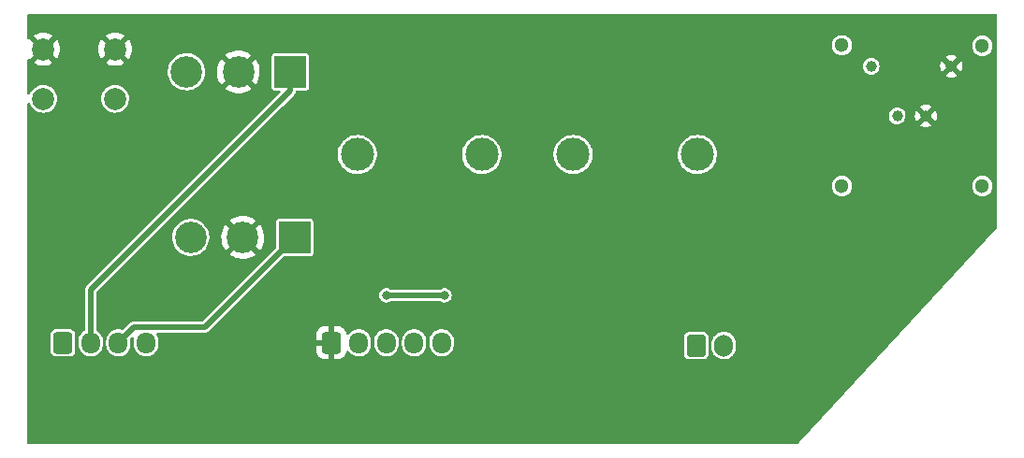
<source format=gbr>
%TF.GenerationSoftware,KiCad,Pcbnew,(6.0.1-0)*%
%TF.CreationDate,2022-04-07T08:57:16-04:00*%
%TF.ProjectId,interface-board,696e7465-7266-4616-9365-2d626f617264,rev?*%
%TF.SameCoordinates,Original*%
%TF.FileFunction,Copper,L2,Bot*%
%TF.FilePolarity,Positive*%
%FSLAX46Y46*%
G04 Gerber Fmt 4.6, Leading zero omitted, Abs format (unit mm)*
G04 Created by KiCad (PCBNEW (6.0.1-0)) date 2022-04-07 08:57:16*
%MOMM*%
%LPD*%
G01*
G04 APERTURE LIST*
G04 Aperture macros list*
%AMRoundRect*
0 Rectangle with rounded corners*
0 $1 Rounding radius*
0 $2 $3 $4 $5 $6 $7 $8 $9 X,Y pos of 4 corners*
0 Add a 4 corners polygon primitive as box body*
4,1,4,$2,$3,$4,$5,$6,$7,$8,$9,$2,$3,0*
0 Add four circle primitives for the rounded corners*
1,1,$1+$1,$2,$3*
1,1,$1+$1,$4,$5*
1,1,$1+$1,$6,$7*
1,1,$1+$1,$8,$9*
0 Add four rect primitives between the rounded corners*
20,1,$1+$1,$2,$3,$4,$5,0*
20,1,$1+$1,$4,$5,$6,$7,0*
20,1,$1+$1,$6,$7,$8,$9,0*
20,1,$1+$1,$8,$9,$2,$3,0*%
G04 Aperture macros list end*
%TA.AperFunction,ComponentPad*%
%ADD10C,3.000000*%
%TD*%
%TA.AperFunction,ComponentPad*%
%ADD11RoundRect,0.250000X-0.600000X-0.750000X0.600000X-0.750000X0.600000X0.750000X-0.600000X0.750000X0*%
%TD*%
%TA.AperFunction,ComponentPad*%
%ADD12O,1.700000X2.000000*%
%TD*%
%TA.AperFunction,ComponentPad*%
%ADD13C,1.300000*%
%TD*%
%TA.AperFunction,ComponentPad*%
%ADD14C,1.000000*%
%TD*%
%TA.AperFunction,ComponentPad*%
%ADD15RoundRect,0.250000X-0.600000X-0.725000X0.600000X-0.725000X0.600000X0.725000X-0.600000X0.725000X0*%
%TD*%
%TA.AperFunction,ComponentPad*%
%ADD16O,1.700000X1.950000*%
%TD*%
%TA.AperFunction,ComponentPad*%
%ADD17C,2.000000*%
%TD*%
%TA.AperFunction,ComponentPad*%
%ADD18R,2.850000X2.850000*%
%TD*%
%TA.AperFunction,ComponentPad*%
%ADD19C,2.850000*%
%TD*%
%TA.AperFunction,ViaPad*%
%ADD20C,0.800000*%
%TD*%
%TA.AperFunction,Conductor*%
%ADD21C,0.500000*%
%TD*%
G04 APERTURE END LIST*
D10*
%TO.P,RV1,*%
%TO.N,*%
X138125000Y-59500000D03*
X126875000Y-59500000D03*
%TD*%
D11*
%TO.P,J3,1,Pin_1*%
%TO.N,/START_BTN*%
X138000000Y-76800000D03*
D12*
%TO.P,J3,2,Pin_2*%
%TO.N,/RTD_LED*%
X140500000Y-76800000D03*
%TD*%
D13*
%TO.P,SW3,*%
%TO.N,*%
X163900000Y-49650000D03*
X151200000Y-49600000D03*
X163900000Y-62350000D03*
X151200000Y-62350000D03*
D14*
%TO.P,SW3,1,1*%
%TO.N,/START_BTN*%
X153850000Y-51500000D03*
%TO.P,SW3,2,2*%
%TO.N,GND*%
X161100000Y-51500000D03*
%TO.P,SW3,3,K*%
%TO.N,/RTD_LED*%
X156200000Y-56000000D03*
%TO.P,SW3,4,A*%
%TO.N,GND*%
X158800000Y-56000000D03*
%TD*%
D15*
%TO.P,J1,1,Pin_1*%
%TO.N,GND*%
X105000000Y-76550000D03*
D16*
%TO.P,J1,2,Pin_2*%
%TO.N,/AMS_LED*%
X107500000Y-76550000D03*
%TO.P,J1,3,Pin_3*%
%TO.N,+5V*%
X110000000Y-76550000D03*
%TO.P,J1,4,Pin_4*%
%TO.N,/POT_BRAKE*%
X112500000Y-76550000D03*
%TO.P,J1,5,Pin_5*%
%TO.N,/POT_REGEN*%
X115000000Y-76550000D03*
%TD*%
D17*
%TO.P,SW4,1,1*%
%TO.N,/LCD_BTN*%
X85450000Y-54450000D03*
X78950000Y-54450000D03*
%TO.P,SW4,2,2*%
%TO.N,GND*%
X78950000Y-49950000D03*
X85450000Y-49950000D03*
%TD*%
D15*
%TO.P,J2,1,Pin_1*%
%TO.N,/LCD_BTN*%
X80750000Y-76550000D03*
D16*
%TO.P,J2,2,Pin_2*%
%TO.N,/SW_DIRECTION*%
X83250000Y-76550000D03*
%TO.P,J2,3,Pin_3*%
%TO.N,/SW_COOLING*%
X85750000Y-76550000D03*
%TO.P,J2,4,Pin_4*%
%TO.N,/IMD_LED*%
X88250000Y-76550000D03*
%TD*%
D18*
%TO.P,SW1,1,A*%
%TO.N,/SW_DIRECTION*%
X101300000Y-52000000D03*
D19*
%TO.P,SW1,2,B*%
%TO.N,GND*%
X96600000Y-52000000D03*
%TO.P,SW1,3*%
%TO.N,N/C*%
X91900000Y-52000000D03*
%TD*%
D10*
%TO.P,RV2,*%
%TO.N,*%
X118625000Y-59500000D03*
X107375000Y-59500000D03*
%TD*%
D18*
%TO.P,SW2,1,A*%
%TO.N,/SW_COOLING*%
X101700000Y-67000000D03*
D19*
%TO.P,SW2,2,B*%
%TO.N,GND*%
X97000000Y-67000000D03*
%TO.P,SW2,3*%
%TO.N,N/C*%
X92300000Y-67000000D03*
%TD*%
D20*
%TO.N,GND*%
X119000000Y-67750000D03*
X126750000Y-68000000D03*
X107250000Y-67750000D03*
X122750000Y-67750000D03*
%TO.N,+5V*%
X110000000Y-72250000D03*
X115250000Y-72250000D03*
%TD*%
D21*
%TO.N,+5V*%
X110000000Y-72250000D02*
X115250000Y-72250000D01*
%TO.N,/SW_COOLING*%
X87174520Y-75125480D02*
X85750000Y-76550000D01*
X101700000Y-67000000D02*
X93574520Y-75125480D01*
X93574520Y-75125480D02*
X87174520Y-75125480D01*
%TO.N,/SW_DIRECTION*%
X83250000Y-71750000D02*
X83250000Y-76550000D01*
X101300000Y-53700000D02*
X83250000Y-71750000D01*
X101300000Y-52000000D02*
X101300000Y-53700000D01*
%TD*%
%TA.AperFunction,Conductor*%
%TO.N,GND*%
G36*
X165175500Y-46769962D02*
G01*
X165230038Y-46824500D01*
X165250000Y-46899000D01*
X165250000Y-66093997D01*
X165230038Y-66168497D01*
X165210487Y-66195060D01*
X156386265Y-75754634D01*
X147321701Y-85574578D01*
X147317574Y-85578873D01*
X147190088Y-85706359D01*
X147123293Y-85744923D01*
X147084729Y-85750000D01*
X77649000Y-85750000D01*
X77574500Y-85730038D01*
X77519962Y-85675500D01*
X77500000Y-85601000D01*
X77500000Y-75777623D01*
X79649500Y-75777623D01*
X79649501Y-77322376D01*
X79656149Y-77383580D01*
X79706474Y-77517824D01*
X79792454Y-77632546D01*
X79800948Y-77638912D01*
X79849815Y-77675536D01*
X79907176Y-77718526D01*
X80041420Y-77768851D01*
X80050705Y-77769860D01*
X80050706Y-77769860D01*
X80069925Y-77771948D01*
X80102623Y-77775500D01*
X80106662Y-77775500D01*
X80750963Y-77775499D01*
X81397376Y-77775499D01*
X81427178Y-77772262D01*
X81449294Y-77769860D01*
X81449297Y-77769859D01*
X81458580Y-77768851D01*
X81592824Y-77718526D01*
X81650185Y-77675536D01*
X81699052Y-77638912D01*
X81707546Y-77632546D01*
X81793526Y-77517824D01*
X81843851Y-77383580D01*
X81850500Y-77322377D01*
X81850500Y-76727469D01*
X82149500Y-76727469D01*
X82164439Y-76884046D01*
X82166434Y-76890848D01*
X82166435Y-76890851D01*
X82213983Y-77052927D01*
X82223553Y-77085549D01*
X82319705Y-77272239D01*
X82324083Y-77277813D01*
X82324086Y-77277817D01*
X82394026Y-77366854D01*
X82449424Y-77437379D01*
X82454778Y-77442025D01*
X82454779Y-77442026D01*
X82551917Y-77526318D01*
X82608029Y-77575010D01*
X82789799Y-77680166D01*
X82988174Y-77749053D01*
X82995193Y-77750071D01*
X82995194Y-77750071D01*
X83030265Y-77755156D01*
X83195996Y-77779186D01*
X83346552Y-77772218D01*
X83398682Y-77769805D01*
X83398683Y-77769805D01*
X83405767Y-77769477D01*
X83609918Y-77720276D01*
X83616373Y-77717341D01*
X83616379Y-77717339D01*
X83794628Y-77636294D01*
X83801081Y-77633360D01*
X83846141Y-77601397D01*
X83889886Y-77570366D01*
X83972360Y-77511863D01*
X84117575Y-77360169D01*
X84121721Y-77353749D01*
X84179683Y-77263981D01*
X84231485Y-77183754D01*
X84309981Y-76988981D01*
X84338258Y-76844183D01*
X84349201Y-76788148D01*
X84349201Y-76788146D01*
X84350230Y-76782878D01*
X84350500Y-76777357D01*
X84350500Y-76727469D01*
X84649500Y-76727469D01*
X84664439Y-76884046D01*
X84666434Y-76890848D01*
X84666435Y-76890851D01*
X84713983Y-77052927D01*
X84723553Y-77085549D01*
X84819705Y-77272239D01*
X84824083Y-77277813D01*
X84824086Y-77277817D01*
X84894026Y-77366854D01*
X84949424Y-77437379D01*
X84954778Y-77442025D01*
X84954779Y-77442026D01*
X85051917Y-77526318D01*
X85108029Y-77575010D01*
X85289799Y-77680166D01*
X85488174Y-77749053D01*
X85495193Y-77750071D01*
X85495194Y-77750071D01*
X85530265Y-77755156D01*
X85695996Y-77779186D01*
X85846552Y-77772218D01*
X85898682Y-77769805D01*
X85898683Y-77769805D01*
X85905767Y-77769477D01*
X86109918Y-77720276D01*
X86116373Y-77717341D01*
X86116379Y-77717339D01*
X86294628Y-77636294D01*
X86301081Y-77633360D01*
X86346141Y-77601397D01*
X86389886Y-77570366D01*
X86472360Y-77511863D01*
X86617575Y-77360169D01*
X86621721Y-77353749D01*
X86679683Y-77263981D01*
X86731485Y-77183754D01*
X86809981Y-76988981D01*
X86838258Y-76844183D01*
X86849201Y-76788148D01*
X86849201Y-76788146D01*
X86850230Y-76782878D01*
X86850500Y-76777357D01*
X86850500Y-76372531D01*
X86845686Y-76322073D01*
X86838422Y-76245935D01*
X86851218Y-76169876D01*
X86881389Y-76126425D01*
X86916025Y-76091789D01*
X86982820Y-76053225D01*
X87059948Y-76053225D01*
X87126743Y-76091789D01*
X87165307Y-76158584D01*
X87167622Y-76225706D01*
X87154704Y-76291855D01*
X87149770Y-76317122D01*
X87149500Y-76322643D01*
X87149500Y-76727469D01*
X87164439Y-76884046D01*
X87166434Y-76890848D01*
X87166435Y-76890851D01*
X87213983Y-77052927D01*
X87223553Y-77085549D01*
X87319705Y-77272239D01*
X87324083Y-77277813D01*
X87324086Y-77277817D01*
X87394026Y-77366854D01*
X87449424Y-77437379D01*
X87454778Y-77442025D01*
X87454779Y-77442026D01*
X87551917Y-77526318D01*
X87608029Y-77575010D01*
X87789799Y-77680166D01*
X87988174Y-77749053D01*
X87995193Y-77750071D01*
X87995194Y-77750071D01*
X88030265Y-77755156D01*
X88195996Y-77779186D01*
X88346552Y-77772218D01*
X88398682Y-77769805D01*
X88398683Y-77769805D01*
X88405767Y-77769477D01*
X88609918Y-77720276D01*
X88616373Y-77717341D01*
X88616379Y-77717339D01*
X88794628Y-77636294D01*
X88801081Y-77633360D01*
X88846141Y-77601397D01*
X88889886Y-77570366D01*
X88972360Y-77511863D01*
X89117575Y-77360169D01*
X89121721Y-77353749D01*
X89142542Y-77321503D01*
X103642001Y-77321503D01*
X103642400Y-77329204D01*
X103652127Y-77422953D01*
X103655547Y-77438793D01*
X103706168Y-77590524D01*
X103713461Y-77606093D01*
X103797359Y-77741669D01*
X103808048Y-77755156D01*
X103920883Y-77867795D01*
X103934377Y-77878452D01*
X104070105Y-77962115D01*
X104085693Y-77969384D01*
X104237518Y-78019743D01*
X104253333Y-78023133D01*
X104345849Y-78032612D01*
X104353444Y-78033000D01*
X104726384Y-78033000D01*
X104741855Y-78028855D01*
X104746000Y-78013384D01*
X104746000Y-78013383D01*
X105254000Y-78013383D01*
X105258145Y-78028854D01*
X105273616Y-78032999D01*
X105646503Y-78032999D01*
X105654204Y-78032600D01*
X105747953Y-78022873D01*
X105763793Y-78019453D01*
X105915524Y-77968832D01*
X105931093Y-77961539D01*
X106066669Y-77877641D01*
X106080156Y-77866952D01*
X106192795Y-77754117D01*
X106203452Y-77740623D01*
X106287115Y-77604895D01*
X106294384Y-77589307D01*
X106344743Y-77437482D01*
X106348133Y-77421667D01*
X106349654Y-77406822D01*
X106377105Y-77334744D01*
X106436918Y-77286049D01*
X106513064Y-77273784D01*
X106585142Y-77301235D01*
X106615051Y-77329968D01*
X106695040Y-77431799D01*
X106695044Y-77431803D01*
X106699424Y-77437379D01*
X106704778Y-77442025D01*
X106704779Y-77442026D01*
X106801917Y-77526318D01*
X106858029Y-77575010D01*
X107039799Y-77680166D01*
X107238174Y-77749053D01*
X107245193Y-77750071D01*
X107245194Y-77750071D01*
X107280265Y-77755156D01*
X107445996Y-77779186D01*
X107596552Y-77772218D01*
X107648682Y-77769805D01*
X107648683Y-77769805D01*
X107655767Y-77769477D01*
X107859918Y-77720276D01*
X107866373Y-77717341D01*
X107866379Y-77717339D01*
X108044628Y-77636294D01*
X108051081Y-77633360D01*
X108096141Y-77601397D01*
X108139886Y-77570366D01*
X108222360Y-77511863D01*
X108367575Y-77360169D01*
X108371721Y-77353749D01*
X108429683Y-77263981D01*
X108481485Y-77183754D01*
X108559981Y-76988981D01*
X108588258Y-76844183D01*
X108599201Y-76788148D01*
X108599201Y-76788146D01*
X108600230Y-76782878D01*
X108600500Y-76777357D01*
X108600500Y-76727469D01*
X108899500Y-76727469D01*
X108914439Y-76884046D01*
X108916434Y-76890848D01*
X108916435Y-76890851D01*
X108963983Y-77052927D01*
X108973553Y-77085549D01*
X109069705Y-77272239D01*
X109074083Y-77277813D01*
X109074086Y-77277817D01*
X109144026Y-77366854D01*
X109199424Y-77437379D01*
X109204778Y-77442025D01*
X109204779Y-77442026D01*
X109301917Y-77526318D01*
X109358029Y-77575010D01*
X109539799Y-77680166D01*
X109738174Y-77749053D01*
X109745193Y-77750071D01*
X109745194Y-77750071D01*
X109780265Y-77755156D01*
X109945996Y-77779186D01*
X110096552Y-77772218D01*
X110148682Y-77769805D01*
X110148683Y-77769805D01*
X110155767Y-77769477D01*
X110359918Y-77720276D01*
X110366373Y-77717341D01*
X110366379Y-77717339D01*
X110544628Y-77636294D01*
X110551081Y-77633360D01*
X110596141Y-77601397D01*
X110639886Y-77570366D01*
X110722360Y-77511863D01*
X110867575Y-77360169D01*
X110871721Y-77353749D01*
X110929683Y-77263981D01*
X110981485Y-77183754D01*
X111059981Y-76988981D01*
X111088258Y-76844183D01*
X111099201Y-76788148D01*
X111099201Y-76788146D01*
X111100230Y-76782878D01*
X111100500Y-76777357D01*
X111100500Y-76727469D01*
X111399500Y-76727469D01*
X111414439Y-76884046D01*
X111416434Y-76890848D01*
X111416435Y-76890851D01*
X111463983Y-77052927D01*
X111473553Y-77085549D01*
X111569705Y-77272239D01*
X111574083Y-77277813D01*
X111574086Y-77277817D01*
X111644026Y-77366854D01*
X111699424Y-77437379D01*
X111704778Y-77442025D01*
X111704779Y-77442026D01*
X111801917Y-77526318D01*
X111858029Y-77575010D01*
X112039799Y-77680166D01*
X112238174Y-77749053D01*
X112245193Y-77750071D01*
X112245194Y-77750071D01*
X112280265Y-77755156D01*
X112445996Y-77779186D01*
X112596552Y-77772218D01*
X112648682Y-77769805D01*
X112648683Y-77769805D01*
X112655767Y-77769477D01*
X112859918Y-77720276D01*
X112866373Y-77717341D01*
X112866379Y-77717339D01*
X113044628Y-77636294D01*
X113051081Y-77633360D01*
X113096141Y-77601397D01*
X113139886Y-77570366D01*
X113222360Y-77511863D01*
X113367575Y-77360169D01*
X113371721Y-77353749D01*
X113429683Y-77263981D01*
X113481485Y-77183754D01*
X113559981Y-76988981D01*
X113588258Y-76844183D01*
X113599201Y-76788148D01*
X113599201Y-76788146D01*
X113600230Y-76782878D01*
X113600500Y-76777357D01*
X113600500Y-76727469D01*
X113899500Y-76727469D01*
X113914439Y-76884046D01*
X113916434Y-76890848D01*
X113916435Y-76890851D01*
X113963983Y-77052927D01*
X113973553Y-77085549D01*
X114069705Y-77272239D01*
X114074083Y-77277813D01*
X114074086Y-77277817D01*
X114144026Y-77366854D01*
X114199424Y-77437379D01*
X114204778Y-77442025D01*
X114204779Y-77442026D01*
X114301917Y-77526318D01*
X114358029Y-77575010D01*
X114539799Y-77680166D01*
X114738174Y-77749053D01*
X114745193Y-77750071D01*
X114745194Y-77750071D01*
X114780265Y-77755156D01*
X114945996Y-77779186D01*
X115096552Y-77772218D01*
X115148682Y-77769805D01*
X115148683Y-77769805D01*
X115155767Y-77769477D01*
X115359918Y-77720276D01*
X115366373Y-77717341D01*
X115366379Y-77717339D01*
X115544628Y-77636294D01*
X115551081Y-77633360D01*
X115596141Y-77601397D01*
X115639886Y-77570366D01*
X115722360Y-77511863D01*
X115867575Y-77360169D01*
X115871721Y-77353749D01*
X115929683Y-77263981D01*
X115981485Y-77183754D01*
X116059981Y-76988981D01*
X116088258Y-76844183D01*
X116099201Y-76788148D01*
X116099201Y-76788146D01*
X116100230Y-76782878D01*
X116100500Y-76777357D01*
X116100500Y-76372531D01*
X116085561Y-76215954D01*
X116075649Y-76182165D01*
X116028442Y-76021251D01*
X116028442Y-76021250D01*
X116026447Y-76014451D01*
X116022436Y-76006662D01*
X116020356Y-76002623D01*
X136899500Y-76002623D01*
X136899501Y-77597376D01*
X136899936Y-77601377D01*
X136904013Y-77638912D01*
X136906149Y-77658580D01*
X136956474Y-77792824D01*
X137042454Y-77907546D01*
X137157176Y-77993526D01*
X137291420Y-78043851D01*
X137300705Y-78044860D01*
X137300706Y-78044860D01*
X137319925Y-78046948D01*
X137352623Y-78050500D01*
X137356662Y-78050500D01*
X138000963Y-78050499D01*
X138647376Y-78050499D01*
X138677178Y-78047262D01*
X138699294Y-78044860D01*
X138699297Y-78044859D01*
X138708580Y-78043851D01*
X138842824Y-77993526D01*
X138957546Y-77907546D01*
X139043526Y-77792824D01*
X139093851Y-77658580D01*
X139100500Y-77597377D01*
X139100500Y-77002469D01*
X139399500Y-77002469D01*
X139414439Y-77159046D01*
X139416434Y-77165848D01*
X139416435Y-77165851D01*
X139465983Y-77334744D01*
X139473553Y-77360549D01*
X139569705Y-77547239D01*
X139574083Y-77552813D01*
X139574086Y-77552817D01*
X139649870Y-77649294D01*
X139699424Y-77712379D01*
X139704778Y-77717025D01*
X139704779Y-77717026D01*
X139801917Y-77801318D01*
X139858029Y-77850010D01*
X140039799Y-77955166D01*
X140238174Y-78024053D01*
X140245193Y-78025071D01*
X140245194Y-78025071D01*
X140292825Y-78031977D01*
X140445996Y-78054186D01*
X140596552Y-78047218D01*
X140648682Y-78044805D01*
X140648683Y-78044805D01*
X140655767Y-78044477D01*
X140859918Y-77995276D01*
X140866373Y-77992341D01*
X140866379Y-77992339D01*
X141044628Y-77911294D01*
X141051081Y-77908360D01*
X141093244Y-77878452D01*
X141201982Y-77801318D01*
X141222360Y-77786863D01*
X141367575Y-77635169D01*
X141374754Y-77624052D01*
X141450502Y-77506738D01*
X141481485Y-77458754D01*
X141559981Y-77263981D01*
X141600230Y-77057878D01*
X141600500Y-77052357D01*
X141600500Y-76597531D01*
X141585561Y-76440954D01*
X141564453Y-76369001D01*
X141528442Y-76246251D01*
X141528442Y-76246250D01*
X141526447Y-76239451D01*
X141510841Y-76209149D01*
X141472800Y-76135289D01*
X141430295Y-76052761D01*
X141425917Y-76047187D01*
X141425914Y-76047183D01*
X141304956Y-75893197D01*
X141300576Y-75887621D01*
X141220647Y-75818262D01*
X141147323Y-75754634D01*
X141147321Y-75754633D01*
X141141971Y-75749990D01*
X140960201Y-75644834D01*
X140761826Y-75575947D01*
X140754807Y-75574929D01*
X140754806Y-75574929D01*
X140707175Y-75568023D01*
X140554004Y-75545814D01*
X140403448Y-75552782D01*
X140351318Y-75555195D01*
X140351317Y-75555195D01*
X140344233Y-75555523D01*
X140140082Y-75604724D01*
X140133627Y-75607659D01*
X140133621Y-75607661D01*
X139978186Y-75678333D01*
X139948919Y-75691640D01*
X139777640Y-75813137D01*
X139632425Y-75964831D01*
X139628577Y-75970790D01*
X139628575Y-75970793D01*
X139600386Y-76014451D01*
X139518515Y-76141246D01*
X139440019Y-76336019D01*
X139399770Y-76542122D01*
X139399500Y-76547643D01*
X139399500Y-77002469D01*
X139100500Y-77002469D01*
X139100499Y-76002624D01*
X139093851Y-75941420D01*
X139043526Y-75807176D01*
X138957546Y-75692454D01*
X138842824Y-75606474D01*
X138807581Y-75593262D01*
X138717324Y-75559427D01*
X138717325Y-75559427D01*
X138708580Y-75556149D01*
X138699295Y-75555140D01*
X138699294Y-75555140D01*
X138680075Y-75553052D01*
X138647377Y-75549500D01*
X138643338Y-75549500D01*
X137999037Y-75549501D01*
X137352624Y-75549501D01*
X137322822Y-75552738D01*
X137300706Y-75555140D01*
X137300703Y-75555141D01*
X137291420Y-75556149D01*
X137157176Y-75606474D01*
X137042454Y-75692454D01*
X136956474Y-75807176D01*
X136906149Y-75941420D01*
X136899500Y-76002623D01*
X116020356Y-76002623D01*
X115961125Y-75887621D01*
X115930295Y-75827761D01*
X115925917Y-75822187D01*
X115925914Y-75822183D01*
X115804956Y-75668197D01*
X115800576Y-75662621D01*
X115784171Y-75648385D01*
X115647323Y-75529634D01*
X115647321Y-75529633D01*
X115641971Y-75524990D01*
X115460201Y-75419834D01*
X115432107Y-75410078D01*
X115353153Y-75382661D01*
X115261826Y-75350947D01*
X115254807Y-75349929D01*
X115254806Y-75349929D01*
X115207175Y-75343023D01*
X115054004Y-75320814D01*
X114903448Y-75327782D01*
X114851318Y-75330195D01*
X114851317Y-75330195D01*
X114844233Y-75330523D01*
X114640082Y-75379724D01*
X114633627Y-75382659D01*
X114633621Y-75382661D01*
X114468186Y-75457880D01*
X114448919Y-75466640D01*
X114277640Y-75588137D01*
X114132425Y-75739831D01*
X114128577Y-75745790D01*
X114128575Y-75745793D01*
X114110606Y-75773623D01*
X114018515Y-75916246D01*
X113940019Y-76111019D01*
X113934116Y-76141246D01*
X113907726Y-76276384D01*
X113899770Y-76317122D01*
X113899500Y-76322643D01*
X113899500Y-76727469D01*
X113600500Y-76727469D01*
X113600500Y-76372531D01*
X113585561Y-76215954D01*
X113575649Y-76182165D01*
X113528442Y-76021251D01*
X113528442Y-76021250D01*
X113526447Y-76014451D01*
X113522436Y-76006662D01*
X113461125Y-75887621D01*
X113430295Y-75827761D01*
X113425917Y-75822187D01*
X113425914Y-75822183D01*
X113304956Y-75668197D01*
X113300576Y-75662621D01*
X113284171Y-75648385D01*
X113147323Y-75529634D01*
X113147321Y-75529633D01*
X113141971Y-75524990D01*
X112960201Y-75419834D01*
X112932107Y-75410078D01*
X112853153Y-75382661D01*
X112761826Y-75350947D01*
X112754807Y-75349929D01*
X112754806Y-75349929D01*
X112707175Y-75343023D01*
X112554004Y-75320814D01*
X112403448Y-75327782D01*
X112351318Y-75330195D01*
X112351317Y-75330195D01*
X112344233Y-75330523D01*
X112140082Y-75379724D01*
X112133627Y-75382659D01*
X112133621Y-75382661D01*
X111968186Y-75457880D01*
X111948919Y-75466640D01*
X111777640Y-75588137D01*
X111632425Y-75739831D01*
X111628577Y-75745790D01*
X111628575Y-75745793D01*
X111610606Y-75773623D01*
X111518515Y-75916246D01*
X111440019Y-76111019D01*
X111434116Y-76141246D01*
X111407726Y-76276384D01*
X111399770Y-76317122D01*
X111399500Y-76322643D01*
X111399500Y-76727469D01*
X111100500Y-76727469D01*
X111100500Y-76372531D01*
X111085561Y-76215954D01*
X111075649Y-76182165D01*
X111028442Y-76021251D01*
X111028442Y-76021250D01*
X111026447Y-76014451D01*
X111022436Y-76006662D01*
X110961125Y-75887621D01*
X110930295Y-75827761D01*
X110925917Y-75822187D01*
X110925914Y-75822183D01*
X110804956Y-75668197D01*
X110800576Y-75662621D01*
X110784171Y-75648385D01*
X110647323Y-75529634D01*
X110647321Y-75529633D01*
X110641971Y-75524990D01*
X110460201Y-75419834D01*
X110432107Y-75410078D01*
X110353153Y-75382661D01*
X110261826Y-75350947D01*
X110254807Y-75349929D01*
X110254806Y-75349929D01*
X110207175Y-75343023D01*
X110054004Y-75320814D01*
X109903448Y-75327782D01*
X109851318Y-75330195D01*
X109851317Y-75330195D01*
X109844233Y-75330523D01*
X109640082Y-75379724D01*
X109633627Y-75382659D01*
X109633621Y-75382661D01*
X109468186Y-75457880D01*
X109448919Y-75466640D01*
X109277640Y-75588137D01*
X109132425Y-75739831D01*
X109128577Y-75745790D01*
X109128575Y-75745793D01*
X109110606Y-75773623D01*
X109018515Y-75916246D01*
X108940019Y-76111019D01*
X108934116Y-76141246D01*
X108907726Y-76276384D01*
X108899770Y-76317122D01*
X108899500Y-76322643D01*
X108899500Y-76727469D01*
X108600500Y-76727469D01*
X108600500Y-76372531D01*
X108585561Y-76215954D01*
X108575649Y-76182165D01*
X108528442Y-76021251D01*
X108528442Y-76021250D01*
X108526447Y-76014451D01*
X108522436Y-76006662D01*
X108461125Y-75887621D01*
X108430295Y-75827761D01*
X108425917Y-75822187D01*
X108425914Y-75822183D01*
X108304956Y-75668197D01*
X108300576Y-75662621D01*
X108284171Y-75648385D01*
X108147323Y-75529634D01*
X108147321Y-75529633D01*
X108141971Y-75524990D01*
X107960201Y-75419834D01*
X107932107Y-75410078D01*
X107853153Y-75382661D01*
X107761826Y-75350947D01*
X107754807Y-75349929D01*
X107754806Y-75349929D01*
X107707175Y-75343023D01*
X107554004Y-75320814D01*
X107403448Y-75327782D01*
X107351318Y-75330195D01*
X107351317Y-75330195D01*
X107344233Y-75330523D01*
X107140082Y-75379724D01*
X107133627Y-75382659D01*
X107133621Y-75382661D01*
X106968186Y-75457880D01*
X106948919Y-75466640D01*
X106777640Y-75588137D01*
X106632425Y-75739831D01*
X106628575Y-75745794D01*
X106628570Y-75745800D01*
X106622559Y-75755109D01*
X106565377Y-75806868D01*
X106489977Y-75823101D01*
X106416562Y-75799458D01*
X106364803Y-75742276D01*
X106349181Y-75689660D01*
X106347872Y-75677038D01*
X106344453Y-75661207D01*
X106293832Y-75509476D01*
X106286539Y-75493907D01*
X106202641Y-75358331D01*
X106191952Y-75344844D01*
X106079117Y-75232205D01*
X106065623Y-75221548D01*
X105929895Y-75137885D01*
X105914307Y-75130616D01*
X105762482Y-75080257D01*
X105746667Y-75076867D01*
X105654151Y-75067388D01*
X105646555Y-75067000D01*
X105273616Y-75067000D01*
X105258145Y-75071145D01*
X105254000Y-75086616D01*
X105254000Y-78013383D01*
X104746000Y-78013383D01*
X104746000Y-76823616D01*
X104741855Y-76808145D01*
X104726384Y-76804000D01*
X103661617Y-76804000D01*
X103646146Y-76808145D01*
X103642001Y-76823616D01*
X103642001Y-77321503D01*
X89142542Y-77321503D01*
X89179683Y-77263981D01*
X89231485Y-77183754D01*
X89309981Y-76988981D01*
X89338258Y-76844183D01*
X89349201Y-76788148D01*
X89349201Y-76788146D01*
X89350230Y-76782878D01*
X89350500Y-76777357D01*
X89350500Y-76372531D01*
X89341327Y-76276384D01*
X103642000Y-76276384D01*
X103646145Y-76291855D01*
X103661616Y-76296000D01*
X104726384Y-76296000D01*
X104741855Y-76291855D01*
X104746000Y-76276384D01*
X104746000Y-75086617D01*
X104741855Y-75071146D01*
X104726384Y-75067001D01*
X104353497Y-75067001D01*
X104345796Y-75067400D01*
X104252047Y-75077127D01*
X104236207Y-75080547D01*
X104084476Y-75131168D01*
X104068907Y-75138461D01*
X103933331Y-75222359D01*
X103919844Y-75233048D01*
X103807205Y-75345883D01*
X103796548Y-75359377D01*
X103712885Y-75495105D01*
X103705616Y-75510693D01*
X103655257Y-75662518D01*
X103651867Y-75678333D01*
X103642388Y-75770849D01*
X103642000Y-75778445D01*
X103642000Y-76276384D01*
X89341327Y-76276384D01*
X89335561Y-76215954D01*
X89325649Y-76182165D01*
X89278442Y-76021251D01*
X89278442Y-76021250D01*
X89276447Y-76014451D01*
X89188247Y-75843202D01*
X89171883Y-75767832D01*
X89195396Y-75694375D01*
X89252487Y-75642517D01*
X89320711Y-75625980D01*
X93503011Y-75625980D01*
X93514960Y-75626460D01*
X93523614Y-75627156D01*
X93533967Y-75629499D01*
X93544559Y-75628842D01*
X93544562Y-75628842D01*
X93586074Y-75626266D01*
X93595301Y-75625980D01*
X93610460Y-75625980D01*
X93619654Y-75624663D01*
X93631545Y-75623445D01*
X93677058Y-75620621D01*
X93687043Y-75617016D01*
X93696586Y-75615040D01*
X93705930Y-75612308D01*
X93716438Y-75610803D01*
X93726101Y-75606410D01*
X93726103Y-75606409D01*
X93757947Y-75591930D01*
X93769009Y-75587426D01*
X93811907Y-75571940D01*
X93820482Y-75565676D01*
X93829078Y-75561105D01*
X93837279Y-75555860D01*
X93846948Y-75551464D01*
X93854991Y-75544533D01*
X93854995Y-75544531D01*
X93881496Y-75521696D01*
X93890866Y-75514256D01*
X93895743Y-75510693D01*
X93900856Y-75506958D01*
X93911006Y-75496808D01*
X93919104Y-75489290D01*
X93934588Y-75475948D01*
X93955557Y-75457880D01*
X93961331Y-75448972D01*
X93968310Y-75440972D01*
X93968591Y-75441217D01*
X93977036Y-75430778D01*
X97164676Y-72243138D01*
X109344758Y-72243138D01*
X109345744Y-72252069D01*
X109345744Y-72252070D01*
X109347031Y-72263723D01*
X109362035Y-72399633D01*
X109416143Y-72547490D01*
X109503958Y-72678172D01*
X109510600Y-72684215D01*
X109510601Y-72684217D01*
X109569939Y-72738210D01*
X109620410Y-72784135D01*
X109758776Y-72859262D01*
X109813940Y-72873734D01*
X109902384Y-72896937D01*
X109902388Y-72896937D01*
X109911069Y-72899215D01*
X110068495Y-72901688D01*
X110119031Y-72890114D01*
X110213210Y-72868544D01*
X110213211Y-72868544D01*
X110221968Y-72866538D01*
X110231904Y-72861541D01*
X110354596Y-72799833D01*
X110354598Y-72799832D01*
X110362625Y-72795795D01*
X110373863Y-72786197D01*
X110443478Y-72752994D01*
X110470628Y-72750500D01*
X114777392Y-72750500D01*
X114851892Y-72770462D01*
X114863707Y-72778047D01*
X114863764Y-72778087D01*
X114870410Y-72784135D01*
X114878303Y-72788421D01*
X114878305Y-72788422D01*
X115000884Y-72854977D01*
X115008776Y-72859262D01*
X115063940Y-72873734D01*
X115152384Y-72896937D01*
X115152388Y-72896937D01*
X115161069Y-72899215D01*
X115318495Y-72901688D01*
X115369031Y-72890114D01*
X115463210Y-72868544D01*
X115463211Y-72868544D01*
X115471968Y-72866538D01*
X115479995Y-72862501D01*
X115604599Y-72799832D01*
X115604601Y-72799831D01*
X115612625Y-72795795D01*
X115732348Y-72693542D01*
X115739049Y-72684217D01*
X115818981Y-72572980D01*
X115818982Y-72572977D01*
X115824224Y-72565683D01*
X115882950Y-72419598D01*
X115905134Y-72263723D01*
X115905278Y-72250000D01*
X115886363Y-72093694D01*
X115834830Y-71957314D01*
X115833885Y-71954813D01*
X115833883Y-71954809D01*
X115830710Y-71946412D01*
X115741531Y-71816657D01*
X115623976Y-71711919D01*
X115484831Y-71638245D01*
X115476119Y-71636057D01*
X115476117Y-71636056D01*
X115340840Y-71602077D01*
X115340838Y-71602077D01*
X115332128Y-71599889D01*
X115174684Y-71599065D01*
X115165955Y-71601161D01*
X115165952Y-71601161D01*
X115094207Y-71618386D01*
X115021588Y-71635820D01*
X114881679Y-71708032D01*
X114874905Y-71713942D01*
X114867479Y-71718988D01*
X114866501Y-71717550D01*
X114806968Y-71746713D01*
X114778286Y-71749500D01*
X110472850Y-71749500D01*
X110398350Y-71729538D01*
X110387811Y-71722850D01*
X110380688Y-71717899D01*
X110373976Y-71711919D01*
X110234831Y-71638245D01*
X110226119Y-71636057D01*
X110226117Y-71636056D01*
X110090840Y-71602077D01*
X110090838Y-71602077D01*
X110082128Y-71599889D01*
X109924684Y-71599065D01*
X109915955Y-71601161D01*
X109915952Y-71601161D01*
X109844207Y-71618386D01*
X109771588Y-71635820D01*
X109672641Y-71686890D01*
X109661071Y-71692862D01*
X109631679Y-71708032D01*
X109513034Y-71811533D01*
X109422501Y-71940348D01*
X109365309Y-72087039D01*
X109344758Y-72243138D01*
X97164676Y-72243138D01*
X100688673Y-68719141D01*
X100755468Y-68680577D01*
X100794032Y-68675500D01*
X103149674Y-68675500D01*
X103222740Y-68660966D01*
X103305601Y-68605601D01*
X103360966Y-68522740D01*
X103375500Y-68449674D01*
X103375500Y-65550326D01*
X103360966Y-65477260D01*
X103305601Y-65394399D01*
X103222740Y-65339034D01*
X103149674Y-65324500D01*
X100250326Y-65324500D01*
X100177260Y-65339034D01*
X100094399Y-65394399D01*
X100039034Y-65477260D01*
X100024500Y-65550326D01*
X100024500Y-67905968D01*
X100004538Y-67980468D01*
X99980859Y-68011327D01*
X93410847Y-74581339D01*
X93344052Y-74619903D01*
X93305488Y-74624980D01*
X87246029Y-74624980D01*
X87234080Y-74624500D01*
X87225426Y-74623804D01*
X87215073Y-74621461D01*
X87204481Y-74622118D01*
X87204478Y-74622118D01*
X87162966Y-74624694D01*
X87153739Y-74624980D01*
X87138580Y-74624980D01*
X87129386Y-74626297D01*
X87117495Y-74627515D01*
X87071982Y-74630339D01*
X87062003Y-74633941D01*
X87052467Y-74635916D01*
X87043111Y-74638652D01*
X87032602Y-74640157D01*
X86991080Y-74659036D01*
X86980035Y-74663531D01*
X86937133Y-74679019D01*
X86928564Y-74685279D01*
X86919970Y-74689849D01*
X86911754Y-74695103D01*
X86902092Y-74699496D01*
X86894053Y-74706423D01*
X86894050Y-74706425D01*
X86867554Y-74729257D01*
X86858179Y-74736700D01*
X86852837Y-74740602D01*
X86852830Y-74740608D01*
X86848184Y-74744002D01*
X86838034Y-74754152D01*
X86829937Y-74761669D01*
X86793483Y-74793080D01*
X86787709Y-74801988D01*
X86780730Y-74809988D01*
X86780449Y-74809743D01*
X86772004Y-74820182D01*
X86248135Y-75344051D01*
X86181340Y-75382615D01*
X86104212Y-75382615D01*
X86093904Y-75379449D01*
X86011826Y-75350947D01*
X86004807Y-75349929D01*
X86004806Y-75349929D01*
X85957175Y-75343023D01*
X85804004Y-75320814D01*
X85653448Y-75327782D01*
X85601318Y-75330195D01*
X85601317Y-75330195D01*
X85594233Y-75330523D01*
X85390082Y-75379724D01*
X85383627Y-75382659D01*
X85383621Y-75382661D01*
X85218186Y-75457880D01*
X85198919Y-75466640D01*
X85027640Y-75588137D01*
X84882425Y-75739831D01*
X84878577Y-75745790D01*
X84878575Y-75745793D01*
X84860606Y-75773623D01*
X84768515Y-75916246D01*
X84690019Y-76111019D01*
X84684116Y-76141246D01*
X84657726Y-76276384D01*
X84649770Y-76317122D01*
X84649500Y-76322643D01*
X84649500Y-76727469D01*
X84350500Y-76727469D01*
X84350500Y-76372531D01*
X84335561Y-76215954D01*
X84325649Y-76182165D01*
X84278442Y-76021251D01*
X84278442Y-76021250D01*
X84276447Y-76014451D01*
X84272436Y-76006662D01*
X84211125Y-75887621D01*
X84180295Y-75827761D01*
X84175917Y-75822187D01*
X84175914Y-75822183D01*
X84054956Y-75668197D01*
X84050576Y-75662621D01*
X84034171Y-75648385D01*
X83897323Y-75529634D01*
X83897321Y-75529633D01*
X83891971Y-75524990D01*
X83885839Y-75521442D01*
X83885834Y-75521439D01*
X83824888Y-75486181D01*
X83770397Y-75431595D01*
X83750500Y-75357208D01*
X83750500Y-72019032D01*
X83770462Y-71944532D01*
X83794141Y-71913673D01*
X88751796Y-66956018D01*
X90620378Y-66956018D01*
X90622491Y-67000000D01*
X90628153Y-67117877D01*
X90632326Y-67204765D01*
X90680910Y-67449013D01*
X90682777Y-67454212D01*
X90682778Y-67454217D01*
X90753568Y-67651382D01*
X90765063Y-67683398D01*
X90882935Y-67902770D01*
X90886243Y-67907200D01*
X90886245Y-67907203D01*
X90963998Y-68011327D01*
X91031938Y-68102309D01*
X91208799Y-68277633D01*
X91213252Y-68280898D01*
X91213259Y-68280904D01*
X91405169Y-68421618D01*
X91405175Y-68421622D01*
X91409631Y-68424889D01*
X91414524Y-68427463D01*
X91414525Y-68427464D01*
X91625126Y-68538267D01*
X91625131Y-68538269D01*
X91630023Y-68540843D01*
X91635244Y-68542666D01*
X91635248Y-68542668D01*
X91838808Y-68613754D01*
X91865133Y-68622947D01*
X92109796Y-68669397D01*
X92115319Y-68669614D01*
X92353113Y-68678957D01*
X92353114Y-68678957D01*
X92358638Y-68679174D01*
X92364134Y-68678572D01*
X92364136Y-68678572D01*
X92600689Y-68652666D01*
X92600693Y-68652665D01*
X92606192Y-68652063D01*
X92611537Y-68650656D01*
X92611541Y-68650655D01*
X92701838Y-68626881D01*
X92847019Y-68588658D01*
X92971293Y-68535266D01*
X95829807Y-68535266D01*
X95835006Y-68544272D01*
X95881589Y-68582196D01*
X95890191Y-68588242D01*
X96115680Y-68723997D01*
X96125046Y-68728769D01*
X96367422Y-68831403D01*
X96377360Y-68834805D01*
X96631764Y-68902259D01*
X96642108Y-68904232D01*
X96903484Y-68935168D01*
X96913969Y-68935663D01*
X97177120Y-68929461D01*
X97187566Y-68928473D01*
X97447205Y-68885258D01*
X97457425Y-68882805D01*
X97708389Y-68803435D01*
X97718143Y-68799573D01*
X97955417Y-68685635D01*
X97964551Y-68680426D01*
X98162047Y-68548463D01*
X98172606Y-68536423D01*
X98170239Y-68529449D01*
X97013871Y-67373081D01*
X97000000Y-67365073D01*
X96986129Y-67373081D01*
X95837815Y-68521395D01*
X95829807Y-68535266D01*
X92971293Y-68535266D01*
X93075829Y-68490354D01*
X93287596Y-68359309D01*
X93477666Y-68198402D01*
X93641866Y-68011168D01*
X93776587Y-67801721D01*
X93878870Y-67574662D01*
X93946468Y-67334978D01*
X93977895Y-67087935D01*
X93980198Y-67000000D01*
X93979917Y-66996212D01*
X93976066Y-66944401D01*
X95063225Y-66944401D01*
X95073558Y-67207390D01*
X95074711Y-67217840D01*
X95122000Y-67476768D01*
X95124614Y-67486945D01*
X95207909Y-67736613D01*
X95211936Y-67746334D01*
X95329580Y-67981778D01*
X95334931Y-67990826D01*
X95452527Y-68160974D01*
X95464733Y-68171343D01*
X95472064Y-68168726D01*
X96626919Y-67013871D01*
X96634927Y-67000000D01*
X97365073Y-67000000D01*
X97373081Y-67013871D01*
X98522203Y-68162993D01*
X98536074Y-68171001D01*
X98545648Y-68165474D01*
X98564439Y-68143119D01*
X98570610Y-68134626D01*
X98709895Y-67911290D01*
X98714815Y-67901996D01*
X98821237Y-67661275D01*
X98824799Y-67651382D01*
X98896243Y-67398058D01*
X98898374Y-67387770D01*
X98933608Y-67125453D01*
X98934234Y-67117877D01*
X98937819Y-67003801D01*
X98937670Y-66996212D01*
X98918976Y-66732197D01*
X98917494Y-66721788D01*
X98862100Y-66464490D01*
X98859165Y-66454385D01*
X98768068Y-66207458D01*
X98763739Y-66197871D01*
X98638754Y-65966233D01*
X98633126Y-65957365D01*
X98546529Y-65840120D01*
X98534000Y-65830136D01*
X98525886Y-65833324D01*
X97373081Y-66986129D01*
X97365073Y-67000000D01*
X96634927Y-67000000D01*
X96626919Y-66986129D01*
X95479075Y-65838285D01*
X95465204Y-65830277D01*
X95456722Y-65835174D01*
X95400428Y-65906583D01*
X95394525Y-65915269D01*
X95262326Y-66142866D01*
X95257700Y-66152309D01*
X95158887Y-66396266D01*
X95155641Y-66406258D01*
X95092191Y-66661690D01*
X95090381Y-66672059D01*
X95063556Y-66933880D01*
X95063225Y-66944401D01*
X93976066Y-66944401D01*
X93962152Y-66757173D01*
X93961742Y-66751651D01*
X93906781Y-66508758D01*
X93816522Y-66276656D01*
X93813781Y-66271860D01*
X93813778Y-66271854D01*
X93695690Y-66065243D01*
X93695685Y-66065236D01*
X93692947Y-66060445D01*
X93538772Y-65864875D01*
X93357383Y-65694241D01*
X93152765Y-65552292D01*
X93134213Y-65543143D01*
X93029794Y-65491650D01*
X92976846Y-65465539D01*
X95829569Y-65465539D01*
X95832460Y-65473250D01*
X96986129Y-66626919D01*
X97000000Y-66634927D01*
X97013871Y-66626919D01*
X98161582Y-65479208D01*
X98169590Y-65465337D01*
X98164972Y-65457338D01*
X98068160Y-65383453D01*
X98059375Y-65377683D01*
X97829726Y-65249073D01*
X97820223Y-65244601D01*
X97574749Y-65149634D01*
X97564698Y-65146542D01*
X97308292Y-65087111D01*
X97297909Y-65085466D01*
X97035697Y-65062756D01*
X97025174Y-65062591D01*
X96762371Y-65077054D01*
X96751947Y-65078370D01*
X96493797Y-65129720D01*
X96483655Y-65132495D01*
X96235318Y-65219704D01*
X96225685Y-65223872D01*
X95992099Y-65345210D01*
X95983151Y-65350694D01*
X95839744Y-65453174D01*
X95829569Y-65465539D01*
X92976846Y-65465539D01*
X92929413Y-65442148D01*
X92924153Y-65440464D01*
X92924150Y-65440463D01*
X92697499Y-65367911D01*
X92697495Y-65367910D01*
X92692234Y-65366226D01*
X92446439Y-65326196D01*
X92308845Y-65324395D01*
X92202954Y-65323008D01*
X92202949Y-65323008D01*
X92197426Y-65322936D01*
X92191954Y-65323681D01*
X92191949Y-65323681D01*
X92100168Y-65336172D01*
X91950667Y-65356518D01*
X91878053Y-65377683D01*
X91716898Y-65424655D01*
X91716892Y-65424657D01*
X91711582Y-65426205D01*
X91706553Y-65428523D01*
X91706554Y-65428523D01*
X91626261Y-65465539D01*
X91485424Y-65530466D01*
X91277160Y-65667009D01*
X91091367Y-65832836D01*
X90932125Y-66024304D01*
X90929260Y-66029026D01*
X90805802Y-66232477D01*
X90805799Y-66232483D01*
X90802933Y-66237206D01*
X90706628Y-66466865D01*
X90645328Y-66708237D01*
X90644774Y-66713735D01*
X90644774Y-66713737D01*
X90621548Y-66944401D01*
X90620378Y-66956018D01*
X88751796Y-66956018D01*
X93261066Y-62446748D01*
X150279500Y-62446748D01*
X150319731Y-62636017D01*
X150398433Y-62812785D01*
X150403022Y-62819101D01*
X150507579Y-62963013D01*
X150507582Y-62963017D01*
X150512167Y-62969327D01*
X150655964Y-63098802D01*
X150823537Y-63195550D01*
X151007563Y-63255344D01*
X151015323Y-63256160D01*
X151015325Y-63256160D01*
X151055712Y-63260405D01*
X151151762Y-63270500D01*
X151248238Y-63270500D01*
X151344288Y-63260405D01*
X151384675Y-63256160D01*
X151384677Y-63256160D01*
X151392437Y-63255344D01*
X151576463Y-63195550D01*
X151744036Y-63098802D01*
X151887833Y-62969327D01*
X151892418Y-62963017D01*
X151892421Y-62963013D01*
X151996978Y-62819101D01*
X152001567Y-62812785D01*
X152080269Y-62636017D01*
X152120500Y-62446748D01*
X162979500Y-62446748D01*
X163019731Y-62636017D01*
X163098433Y-62812785D01*
X163103022Y-62819101D01*
X163207579Y-62963013D01*
X163207582Y-62963017D01*
X163212167Y-62969327D01*
X163355964Y-63098802D01*
X163523537Y-63195550D01*
X163707563Y-63255344D01*
X163715323Y-63256160D01*
X163715325Y-63256160D01*
X163755712Y-63260405D01*
X163851762Y-63270500D01*
X163948238Y-63270500D01*
X164044288Y-63260405D01*
X164084675Y-63256160D01*
X164084677Y-63256160D01*
X164092437Y-63255344D01*
X164276463Y-63195550D01*
X164444036Y-63098802D01*
X164587833Y-62969327D01*
X164592418Y-62963017D01*
X164592421Y-62963013D01*
X164696978Y-62819101D01*
X164701567Y-62812785D01*
X164780269Y-62636017D01*
X164820500Y-62446748D01*
X164820500Y-62253252D01*
X164780269Y-62063983D01*
X164701567Y-61887215D01*
X164674241Y-61849604D01*
X164592421Y-61736987D01*
X164592418Y-61736983D01*
X164587833Y-61730673D01*
X164444036Y-61601198D01*
X164276463Y-61504450D01*
X164092437Y-61444656D01*
X164084677Y-61443840D01*
X164084675Y-61443840D01*
X164044288Y-61439595D01*
X163948238Y-61429500D01*
X163851762Y-61429500D01*
X163755712Y-61439595D01*
X163715325Y-61443840D01*
X163715323Y-61443840D01*
X163707563Y-61444656D01*
X163523537Y-61504450D01*
X163355964Y-61601198D01*
X163212167Y-61730673D01*
X163207582Y-61736983D01*
X163207579Y-61736987D01*
X163125759Y-61849604D01*
X163098433Y-61887215D01*
X163019731Y-62063983D01*
X162979500Y-62253252D01*
X162979500Y-62446748D01*
X152120500Y-62446748D01*
X152120500Y-62253252D01*
X152080269Y-62063983D01*
X152001567Y-61887215D01*
X151974241Y-61849604D01*
X151892421Y-61736987D01*
X151892418Y-61736983D01*
X151887833Y-61730673D01*
X151744036Y-61601198D01*
X151576463Y-61504450D01*
X151392437Y-61444656D01*
X151384677Y-61443840D01*
X151384675Y-61443840D01*
X151344288Y-61439595D01*
X151248238Y-61429500D01*
X151151762Y-61429500D01*
X151055712Y-61439595D01*
X151015325Y-61443840D01*
X151015323Y-61443840D01*
X151007563Y-61444656D01*
X150823537Y-61504450D01*
X150655964Y-61601198D01*
X150512167Y-61730673D01*
X150507582Y-61736983D01*
X150507579Y-61736987D01*
X150425759Y-61849604D01*
X150398433Y-61887215D01*
X150319731Y-62063983D01*
X150279500Y-62253252D01*
X150279500Y-62446748D01*
X93261066Y-62446748D01*
X96099424Y-59608390D01*
X105602847Y-59608390D01*
X105603592Y-59613862D01*
X105603592Y-59613867D01*
X105630228Y-59809583D01*
X105638333Y-59869140D01*
X105639879Y-59874444D01*
X105639880Y-59874449D01*
X105710420Y-60116460D01*
X105711971Y-60121781D01*
X105731942Y-60165101D01*
X105819829Y-60355745D01*
X105819833Y-60355752D01*
X105822143Y-60360763D01*
X105966429Y-60580835D01*
X106141658Y-60777163D01*
X106343982Y-60945434D01*
X106348707Y-60948301D01*
X106348711Y-60948304D01*
X106564227Y-61079082D01*
X106564233Y-61079085D01*
X106568956Y-61081951D01*
X106574052Y-61084088D01*
X106574056Y-61084090D01*
X106806538Y-61181577D01*
X106811637Y-61183715D01*
X106816992Y-61185075D01*
X106816998Y-61185077D01*
X107061335Y-61247131D01*
X107066694Y-61248492D01*
X107285255Y-61270500D01*
X107441812Y-61270500D01*
X107444551Y-61270296D01*
X107444563Y-61270296D01*
X107547462Y-61262649D01*
X107637430Y-61255963D01*
X107746024Y-61231391D01*
X107888702Y-61199107D01*
X107888708Y-61199105D01*
X107894096Y-61197886D01*
X107930537Y-61183715D01*
X108134204Y-61104513D01*
X108134205Y-61104512D01*
X108139357Y-61102509D01*
X108144152Y-61099768D01*
X108144157Y-61099766D01*
X108363030Y-60974669D01*
X108363033Y-60974667D01*
X108367827Y-60971927D01*
X108401434Y-60945434D01*
X108570146Y-60812432D01*
X108574487Y-60809010D01*
X108578269Y-60804990D01*
X108578273Y-60804986D01*
X108751011Y-60621359D01*
X108751014Y-60621356D01*
X108754795Y-60617336D01*
X108777260Y-60584954D01*
X108825371Y-60515602D01*
X108904792Y-60401117D01*
X109021182Y-60165101D01*
X109101409Y-59914474D01*
X109143709Y-59654742D01*
X109144316Y-59608390D01*
X116852847Y-59608390D01*
X116853592Y-59613862D01*
X116853592Y-59613867D01*
X116880228Y-59809583D01*
X116888333Y-59869140D01*
X116889879Y-59874444D01*
X116889880Y-59874449D01*
X116960420Y-60116460D01*
X116961971Y-60121781D01*
X116981942Y-60165101D01*
X117069829Y-60355745D01*
X117069833Y-60355752D01*
X117072143Y-60360763D01*
X117216429Y-60580835D01*
X117391658Y-60777163D01*
X117593982Y-60945434D01*
X117598707Y-60948301D01*
X117598711Y-60948304D01*
X117814227Y-61079082D01*
X117814233Y-61079085D01*
X117818956Y-61081951D01*
X117824052Y-61084088D01*
X117824056Y-61084090D01*
X118056538Y-61181577D01*
X118061637Y-61183715D01*
X118066992Y-61185075D01*
X118066998Y-61185077D01*
X118311335Y-61247131D01*
X118316694Y-61248492D01*
X118535255Y-61270500D01*
X118691812Y-61270500D01*
X118694551Y-61270296D01*
X118694563Y-61270296D01*
X118797462Y-61262649D01*
X118887430Y-61255963D01*
X118996024Y-61231391D01*
X119138702Y-61199107D01*
X119138708Y-61199105D01*
X119144096Y-61197886D01*
X119180537Y-61183715D01*
X119384204Y-61104513D01*
X119384205Y-61104512D01*
X119389357Y-61102509D01*
X119394152Y-61099768D01*
X119394157Y-61099766D01*
X119613030Y-60974669D01*
X119613033Y-60974667D01*
X119617827Y-60971927D01*
X119651434Y-60945434D01*
X119820146Y-60812432D01*
X119824487Y-60809010D01*
X119828269Y-60804990D01*
X119828273Y-60804986D01*
X120001011Y-60621359D01*
X120001014Y-60621356D01*
X120004795Y-60617336D01*
X120027260Y-60584954D01*
X120075371Y-60515602D01*
X120154792Y-60401117D01*
X120271182Y-60165101D01*
X120351409Y-59914474D01*
X120393709Y-59654742D01*
X120394316Y-59608390D01*
X125102847Y-59608390D01*
X125103592Y-59613862D01*
X125103592Y-59613867D01*
X125130228Y-59809583D01*
X125138333Y-59869140D01*
X125139879Y-59874444D01*
X125139880Y-59874449D01*
X125210420Y-60116460D01*
X125211971Y-60121781D01*
X125231942Y-60165101D01*
X125319829Y-60355745D01*
X125319833Y-60355752D01*
X125322143Y-60360763D01*
X125466429Y-60580835D01*
X125641658Y-60777163D01*
X125843982Y-60945434D01*
X125848707Y-60948301D01*
X125848711Y-60948304D01*
X126064227Y-61079082D01*
X126064233Y-61079085D01*
X126068956Y-61081951D01*
X126074052Y-61084088D01*
X126074056Y-61084090D01*
X126306538Y-61181577D01*
X126311637Y-61183715D01*
X126316992Y-61185075D01*
X126316998Y-61185077D01*
X126561335Y-61247131D01*
X126566694Y-61248492D01*
X126785255Y-61270500D01*
X126941812Y-61270500D01*
X126944551Y-61270296D01*
X126944563Y-61270296D01*
X127047462Y-61262649D01*
X127137430Y-61255963D01*
X127246024Y-61231391D01*
X127388702Y-61199107D01*
X127388708Y-61199105D01*
X127394096Y-61197886D01*
X127430537Y-61183715D01*
X127634204Y-61104513D01*
X127634205Y-61104512D01*
X127639357Y-61102509D01*
X127644152Y-61099768D01*
X127644157Y-61099766D01*
X127863030Y-60974669D01*
X127863033Y-60974667D01*
X127867827Y-60971927D01*
X127901434Y-60945434D01*
X128070146Y-60812432D01*
X128074487Y-60809010D01*
X128078269Y-60804990D01*
X128078273Y-60804986D01*
X128251011Y-60621359D01*
X128251014Y-60621356D01*
X128254795Y-60617336D01*
X128277260Y-60584954D01*
X128325371Y-60515602D01*
X128404792Y-60401117D01*
X128521182Y-60165101D01*
X128601409Y-59914474D01*
X128643709Y-59654742D01*
X128644316Y-59608390D01*
X136352847Y-59608390D01*
X136353592Y-59613862D01*
X136353592Y-59613867D01*
X136380228Y-59809583D01*
X136388333Y-59869140D01*
X136389879Y-59874444D01*
X136389880Y-59874449D01*
X136460420Y-60116460D01*
X136461971Y-60121781D01*
X136481942Y-60165101D01*
X136569829Y-60355745D01*
X136569833Y-60355752D01*
X136572143Y-60360763D01*
X136716429Y-60580835D01*
X136891658Y-60777163D01*
X137093982Y-60945434D01*
X137098707Y-60948301D01*
X137098711Y-60948304D01*
X137314227Y-61079082D01*
X137314233Y-61079085D01*
X137318956Y-61081951D01*
X137324052Y-61084088D01*
X137324056Y-61084090D01*
X137556538Y-61181577D01*
X137561637Y-61183715D01*
X137566992Y-61185075D01*
X137566998Y-61185077D01*
X137811335Y-61247131D01*
X137816694Y-61248492D01*
X138035255Y-61270500D01*
X138191812Y-61270500D01*
X138194551Y-61270296D01*
X138194563Y-61270296D01*
X138297462Y-61262649D01*
X138387430Y-61255963D01*
X138496024Y-61231391D01*
X138638702Y-61199107D01*
X138638708Y-61199105D01*
X138644096Y-61197886D01*
X138680537Y-61183715D01*
X138884204Y-61104513D01*
X138884205Y-61104512D01*
X138889357Y-61102509D01*
X138894152Y-61099768D01*
X138894157Y-61099766D01*
X139113030Y-60974669D01*
X139113033Y-60974667D01*
X139117827Y-60971927D01*
X139151434Y-60945434D01*
X139320146Y-60812432D01*
X139324487Y-60809010D01*
X139328269Y-60804990D01*
X139328273Y-60804986D01*
X139501011Y-60621359D01*
X139501014Y-60621356D01*
X139504795Y-60617336D01*
X139527260Y-60584954D01*
X139575371Y-60515602D01*
X139654792Y-60401117D01*
X139771182Y-60165101D01*
X139851409Y-59914474D01*
X139893709Y-59654742D01*
X139897153Y-59391610D01*
X139890102Y-59339795D01*
X139862412Y-59136335D01*
X139861667Y-59130860D01*
X139848454Y-59085526D01*
X139789580Y-58883540D01*
X139789580Y-58883539D01*
X139788029Y-58878219D01*
X139759700Y-58816768D01*
X139680171Y-58644255D01*
X139680167Y-58644248D01*
X139677857Y-58639237D01*
X139533571Y-58419165D01*
X139358342Y-58222837D01*
X139156018Y-58054566D01*
X139151293Y-58051699D01*
X139151289Y-58051696D01*
X138935773Y-57920918D01*
X138935767Y-57920915D01*
X138931044Y-57918049D01*
X138925948Y-57915912D01*
X138925944Y-57915910D01*
X138693462Y-57818423D01*
X138693460Y-57818422D01*
X138688363Y-57816285D01*
X138683008Y-57814925D01*
X138683002Y-57814923D01*
X138438665Y-57752869D01*
X138433306Y-57751508D01*
X138214745Y-57729500D01*
X138058188Y-57729500D01*
X138055449Y-57729704D01*
X138055437Y-57729704D01*
X137952538Y-57737351D01*
X137862570Y-57744037D01*
X137753976Y-57768609D01*
X137611298Y-57800893D01*
X137611292Y-57800895D01*
X137605904Y-57802114D01*
X137600749Y-57804119D01*
X137600748Y-57804119D01*
X137563966Y-57818423D01*
X137360643Y-57897491D01*
X137355848Y-57900232D01*
X137355843Y-57900234D01*
X137319654Y-57920918D01*
X137132173Y-58028073D01*
X137127836Y-58031492D01*
X137127833Y-58031494D01*
X137094076Y-58058106D01*
X136925513Y-58190990D01*
X136921731Y-58195010D01*
X136921727Y-58195014D01*
X136895554Y-58222837D01*
X136745205Y-58382664D01*
X136742058Y-58387200D01*
X136742055Y-58387204D01*
X136674629Y-58484398D01*
X136595208Y-58598883D01*
X136478818Y-58834899D01*
X136398591Y-59085526D01*
X136356291Y-59345258D01*
X136352847Y-59608390D01*
X128644316Y-59608390D01*
X128647153Y-59391610D01*
X128640102Y-59339795D01*
X128612412Y-59136335D01*
X128611667Y-59130860D01*
X128598454Y-59085526D01*
X128539580Y-58883540D01*
X128539580Y-58883539D01*
X128538029Y-58878219D01*
X128509700Y-58816768D01*
X128430171Y-58644255D01*
X128430167Y-58644248D01*
X128427857Y-58639237D01*
X128283571Y-58419165D01*
X128108342Y-58222837D01*
X127906018Y-58054566D01*
X127901293Y-58051699D01*
X127901289Y-58051696D01*
X127685773Y-57920918D01*
X127685767Y-57920915D01*
X127681044Y-57918049D01*
X127675948Y-57915912D01*
X127675944Y-57915910D01*
X127443462Y-57818423D01*
X127443460Y-57818422D01*
X127438363Y-57816285D01*
X127433008Y-57814925D01*
X127433002Y-57814923D01*
X127188665Y-57752869D01*
X127183306Y-57751508D01*
X126964745Y-57729500D01*
X126808188Y-57729500D01*
X126805449Y-57729704D01*
X126805437Y-57729704D01*
X126702538Y-57737351D01*
X126612570Y-57744037D01*
X126503976Y-57768609D01*
X126361298Y-57800893D01*
X126361292Y-57800895D01*
X126355904Y-57802114D01*
X126350749Y-57804119D01*
X126350748Y-57804119D01*
X126313966Y-57818423D01*
X126110643Y-57897491D01*
X126105848Y-57900232D01*
X126105843Y-57900234D01*
X126069654Y-57920918D01*
X125882173Y-58028073D01*
X125877836Y-58031492D01*
X125877833Y-58031494D01*
X125844076Y-58058106D01*
X125675513Y-58190990D01*
X125671731Y-58195010D01*
X125671727Y-58195014D01*
X125645554Y-58222837D01*
X125495205Y-58382664D01*
X125492058Y-58387200D01*
X125492055Y-58387204D01*
X125424629Y-58484398D01*
X125345208Y-58598883D01*
X125228818Y-58834899D01*
X125148591Y-59085526D01*
X125106291Y-59345258D01*
X125102847Y-59608390D01*
X120394316Y-59608390D01*
X120397153Y-59391610D01*
X120390102Y-59339795D01*
X120362412Y-59136335D01*
X120361667Y-59130860D01*
X120348454Y-59085526D01*
X120289580Y-58883540D01*
X120289580Y-58883539D01*
X120288029Y-58878219D01*
X120259700Y-58816768D01*
X120180171Y-58644255D01*
X120180167Y-58644248D01*
X120177857Y-58639237D01*
X120033571Y-58419165D01*
X119858342Y-58222837D01*
X119656018Y-58054566D01*
X119651293Y-58051699D01*
X119651289Y-58051696D01*
X119435773Y-57920918D01*
X119435767Y-57920915D01*
X119431044Y-57918049D01*
X119425948Y-57915912D01*
X119425944Y-57915910D01*
X119193462Y-57818423D01*
X119193460Y-57818422D01*
X119188363Y-57816285D01*
X119183008Y-57814925D01*
X119183002Y-57814923D01*
X118938665Y-57752869D01*
X118933306Y-57751508D01*
X118714745Y-57729500D01*
X118558188Y-57729500D01*
X118555449Y-57729704D01*
X118555437Y-57729704D01*
X118452538Y-57737351D01*
X118362570Y-57744037D01*
X118253976Y-57768609D01*
X118111298Y-57800893D01*
X118111292Y-57800895D01*
X118105904Y-57802114D01*
X118100749Y-57804119D01*
X118100748Y-57804119D01*
X118063966Y-57818423D01*
X117860643Y-57897491D01*
X117855848Y-57900232D01*
X117855843Y-57900234D01*
X117819654Y-57920918D01*
X117632173Y-58028073D01*
X117627836Y-58031492D01*
X117627833Y-58031494D01*
X117594076Y-58058106D01*
X117425513Y-58190990D01*
X117421731Y-58195010D01*
X117421727Y-58195014D01*
X117395554Y-58222837D01*
X117245205Y-58382664D01*
X117242058Y-58387200D01*
X117242055Y-58387204D01*
X117174629Y-58484398D01*
X117095208Y-58598883D01*
X116978818Y-58834899D01*
X116898591Y-59085526D01*
X116856291Y-59345258D01*
X116852847Y-59608390D01*
X109144316Y-59608390D01*
X109147153Y-59391610D01*
X109140102Y-59339795D01*
X109112412Y-59136335D01*
X109111667Y-59130860D01*
X109098454Y-59085526D01*
X109039580Y-58883540D01*
X109039580Y-58883539D01*
X109038029Y-58878219D01*
X109009700Y-58816768D01*
X108930171Y-58644255D01*
X108930167Y-58644248D01*
X108927857Y-58639237D01*
X108783571Y-58419165D01*
X108608342Y-58222837D01*
X108406018Y-58054566D01*
X108401293Y-58051699D01*
X108401289Y-58051696D01*
X108185773Y-57920918D01*
X108185767Y-57920915D01*
X108181044Y-57918049D01*
X108175948Y-57915912D01*
X108175944Y-57915910D01*
X107943462Y-57818423D01*
X107943460Y-57818422D01*
X107938363Y-57816285D01*
X107933008Y-57814925D01*
X107933002Y-57814923D01*
X107688665Y-57752869D01*
X107683306Y-57751508D01*
X107464745Y-57729500D01*
X107308188Y-57729500D01*
X107305449Y-57729704D01*
X107305437Y-57729704D01*
X107202538Y-57737351D01*
X107112570Y-57744037D01*
X107003976Y-57768609D01*
X106861298Y-57800893D01*
X106861292Y-57800895D01*
X106855904Y-57802114D01*
X106850749Y-57804119D01*
X106850748Y-57804119D01*
X106813966Y-57818423D01*
X106610643Y-57897491D01*
X106605848Y-57900232D01*
X106605843Y-57900234D01*
X106569654Y-57920918D01*
X106382173Y-58028073D01*
X106377836Y-58031492D01*
X106377833Y-58031494D01*
X106344076Y-58058106D01*
X106175513Y-58190990D01*
X106171731Y-58195010D01*
X106171727Y-58195014D01*
X106145554Y-58222837D01*
X105995205Y-58382664D01*
X105992058Y-58387200D01*
X105992055Y-58387204D01*
X105924629Y-58484398D01*
X105845208Y-58598883D01*
X105728818Y-58834899D01*
X105648591Y-59085526D01*
X105606291Y-59345258D01*
X105602847Y-59608390D01*
X96099424Y-59608390D01*
X98838250Y-56869564D01*
X158295509Y-56869564D01*
X158298235Y-56874286D01*
X158298630Y-56874585D01*
X158388135Y-56924608D01*
X158401428Y-56930415D01*
X158575570Y-56986997D01*
X158589733Y-56990111D01*
X158771557Y-57011793D01*
X158786049Y-57012096D01*
X158968619Y-56998048D01*
X158982903Y-56995529D01*
X159159262Y-56946289D01*
X159172785Y-56941044D01*
X159294166Y-56879729D01*
X159306106Y-56869054D01*
X159305324Y-56865310D01*
X159303289Y-56862499D01*
X158813871Y-56373081D01*
X158800000Y-56365073D01*
X158786129Y-56373081D01*
X158303517Y-56855693D01*
X158295509Y-56869564D01*
X98838250Y-56869564D01*
X99718359Y-55989455D01*
X155444825Y-55989455D01*
X155445637Y-55997737D01*
X155445637Y-55997741D01*
X155448381Y-56025725D01*
X155461255Y-56157025D01*
X155463881Y-56164920D01*
X155463882Y-56164923D01*
X155474090Y-56195609D01*
X155514402Y-56316791D01*
X155601624Y-56460812D01*
X155718586Y-56581929D01*
X155725555Y-56586490D01*
X155725557Y-56586491D01*
X155852503Y-56669563D01*
X155852506Y-56669564D01*
X155859475Y-56674125D01*
X156017289Y-56732815D01*
X156025543Y-56733916D01*
X156025546Y-56733917D01*
X156175928Y-56753982D01*
X156175932Y-56753982D01*
X156184183Y-56755083D01*
X156292053Y-56745266D01*
X156343570Y-56740578D01*
X156343572Y-56740578D01*
X156351864Y-56739823D01*
X156511997Y-56687793D01*
X156656623Y-56601578D01*
X156778554Y-56485465D01*
X156794934Y-56460812D01*
X156867120Y-56352163D01*
X156871731Y-56345223D01*
X156931521Y-56187823D01*
X156933243Y-56175575D01*
X156954303Y-56025725D01*
X156954955Y-56021088D01*
X156955249Y-56000000D01*
X156954477Y-55993119D01*
X157787832Y-55993119D01*
X157803153Y-56175575D01*
X157805773Y-56189854D01*
X157856242Y-56365861D01*
X157861582Y-56379347D01*
X157920460Y-56493912D01*
X157931221Y-56505780D01*
X157935226Y-56504914D01*
X157937626Y-56503164D01*
X158426919Y-56013871D01*
X158434927Y-56000000D01*
X159165073Y-56000000D01*
X159173081Y-56013871D01*
X159655602Y-56496392D01*
X159669473Y-56504400D01*
X159674429Y-56501539D01*
X159721712Y-56418306D01*
X159727607Y-56405066D01*
X159785407Y-56231313D01*
X159788619Y-56217171D01*
X159811961Y-56032407D01*
X159812540Y-56024119D01*
X159812819Y-56004176D01*
X159812470Y-55995849D01*
X159794298Y-55810520D01*
X159791479Y-55796282D01*
X159738560Y-55621008D01*
X159733026Y-55607582D01*
X159679266Y-55506473D01*
X159668343Y-55494759D01*
X159663821Y-55495803D01*
X159662227Y-55496983D01*
X159173081Y-55986129D01*
X159165073Y-56000000D01*
X158434927Y-56000000D01*
X158426919Y-55986129D01*
X157944180Y-55503390D01*
X157930309Y-55495382D01*
X157925821Y-55497973D01*
X157925225Y-55498767D01*
X157872540Y-55594599D01*
X157866825Y-55607932D01*
X157811462Y-55782460D01*
X157808444Y-55796657D01*
X157788034Y-55978617D01*
X157787832Y-55993119D01*
X156954477Y-55993119D01*
X156936481Y-55832676D01*
X156881108Y-55673668D01*
X156791884Y-55530879D01*
X156673242Y-55411406D01*
X156666212Y-55406945D01*
X156666210Y-55406943D01*
X156538112Y-55325650D01*
X156538110Y-55325649D01*
X156531079Y-55321187D01*
X156523233Y-55318393D01*
X156380304Y-55267498D01*
X156380301Y-55267497D01*
X156372462Y-55264706D01*
X156364199Y-55263721D01*
X156364196Y-55263720D01*
X156262146Y-55251551D01*
X156205273Y-55244769D01*
X156196995Y-55245639D01*
X156196993Y-55245639D01*
X156121547Y-55253569D01*
X156037821Y-55262369D01*
X155878431Y-55316630D01*
X155735022Y-55404856D01*
X155673202Y-55465395D01*
X155631255Y-55506473D01*
X155614724Y-55522661D01*
X155610213Y-55529661D01*
X155610212Y-55529662D01*
X155569119Y-55593426D01*
X155523515Y-55664190D01*
X155520667Y-55672016D01*
X155520666Y-55672017D01*
X155515501Y-55686207D01*
X155465927Y-55822409D01*
X155464884Y-55830668D01*
X155464883Y-55830671D01*
X155456998Y-55893094D01*
X155444825Y-55989455D01*
X99718359Y-55989455D01*
X100576356Y-55131458D01*
X158294510Y-55131458D01*
X158295464Y-55135724D01*
X158296929Y-55137719D01*
X158786129Y-55626919D01*
X158800000Y-55634927D01*
X158813871Y-55626919D01*
X159296775Y-55144015D01*
X159304783Y-55130144D01*
X159302327Y-55125890D01*
X159301137Y-55125003D01*
X159198917Y-55069733D01*
X159185543Y-55064111D01*
X159010626Y-55009965D01*
X158996421Y-55007049D01*
X158814312Y-54987909D01*
X158799820Y-54987808D01*
X158617462Y-55004404D01*
X158603217Y-55007121D01*
X158427557Y-55058821D01*
X158414113Y-55064253D01*
X158306300Y-55120616D01*
X158294510Y-55131458D01*
X100576356Y-55131458D01*
X101603346Y-54104468D01*
X101612134Y-54096359D01*
X101618744Y-54090733D01*
X101627720Y-54085070D01*
X101662286Y-54045931D01*
X101668594Y-54039220D01*
X101679321Y-54028493D01*
X101684904Y-54021044D01*
X101692443Y-54011785D01*
X101693736Y-54010320D01*
X101722623Y-53977612D01*
X101727135Y-53968002D01*
X101732488Y-53959854D01*
X101737161Y-53951318D01*
X101743527Y-53942824D01*
X101747253Y-53932885D01*
X101747255Y-53932881D01*
X101759537Y-53900119D01*
X101764180Y-53889099D01*
X101783553Y-53847837D01*
X101785187Y-53837342D01*
X101788034Y-53828030D01*
X101790124Y-53818524D01*
X101793852Y-53808580D01*
X101794639Y-53797992D01*
X101795846Y-53792502D01*
X101831342Y-53724027D01*
X101896319Y-53682474D01*
X101941370Y-53675500D01*
X102749674Y-53675500D01*
X102822740Y-53660966D01*
X102905601Y-53605601D01*
X102960966Y-53522740D01*
X102975500Y-53449674D01*
X102975500Y-52369564D01*
X160595509Y-52369564D01*
X160598235Y-52374286D01*
X160598630Y-52374585D01*
X160688135Y-52424608D01*
X160701428Y-52430415D01*
X160875570Y-52486997D01*
X160889733Y-52490111D01*
X161071557Y-52511793D01*
X161086049Y-52512096D01*
X161268619Y-52498048D01*
X161282903Y-52495529D01*
X161459262Y-52446289D01*
X161472785Y-52441044D01*
X161594166Y-52379729D01*
X161606106Y-52369054D01*
X161605324Y-52365310D01*
X161603289Y-52362499D01*
X161113871Y-51873081D01*
X161100000Y-51865073D01*
X161086129Y-51873081D01*
X160603517Y-52355693D01*
X160595509Y-52369564D01*
X102975500Y-52369564D01*
X102975500Y-51489455D01*
X153094825Y-51489455D01*
X153095637Y-51497737D01*
X153095637Y-51497741D01*
X153098381Y-51525725D01*
X153111255Y-51657025D01*
X153113881Y-51664920D01*
X153113882Y-51664923D01*
X153131263Y-51717171D01*
X153164402Y-51816791D01*
X153251624Y-51960812D01*
X153257412Y-51966805D01*
X153257413Y-51966807D01*
X153290954Y-52001539D01*
X153368586Y-52081929D01*
X153375555Y-52086490D01*
X153375557Y-52086491D01*
X153502503Y-52169563D01*
X153502506Y-52169564D01*
X153509475Y-52174125D01*
X153667289Y-52232815D01*
X153675543Y-52233916D01*
X153675546Y-52233917D01*
X153825928Y-52253982D01*
X153825932Y-52253982D01*
X153834183Y-52255083D01*
X153942053Y-52245266D01*
X153993570Y-52240578D01*
X153993572Y-52240578D01*
X154001864Y-52239823D01*
X154161997Y-52187793D01*
X154306623Y-52101578D01*
X154428554Y-51985465D01*
X154444934Y-51960812D01*
X154517120Y-51852163D01*
X154521731Y-51845223D01*
X154581521Y-51687823D01*
X154583243Y-51675575D01*
X154604303Y-51525725D01*
X154604955Y-51521088D01*
X154605249Y-51500000D01*
X154604477Y-51493119D01*
X160087832Y-51493119D01*
X160103153Y-51675575D01*
X160105773Y-51689854D01*
X160156242Y-51865861D01*
X160161582Y-51879347D01*
X160220460Y-51993912D01*
X160231221Y-52005780D01*
X160235226Y-52004914D01*
X160237626Y-52003164D01*
X160726919Y-51513871D01*
X160734927Y-51500000D01*
X161465073Y-51500000D01*
X161473081Y-51513871D01*
X161955602Y-51996392D01*
X161969473Y-52004400D01*
X161974429Y-52001539D01*
X162021712Y-51918306D01*
X162027607Y-51905066D01*
X162085407Y-51731313D01*
X162088619Y-51717171D01*
X162111961Y-51532407D01*
X162112540Y-51524119D01*
X162112819Y-51504176D01*
X162112470Y-51495849D01*
X162094298Y-51310520D01*
X162091479Y-51296282D01*
X162038560Y-51121008D01*
X162033026Y-51107582D01*
X161979266Y-51006473D01*
X161968343Y-50994759D01*
X161963821Y-50995803D01*
X161962227Y-50996983D01*
X161473081Y-51486129D01*
X161465073Y-51500000D01*
X160734927Y-51500000D01*
X160726919Y-51486129D01*
X160244180Y-51003390D01*
X160230309Y-50995382D01*
X160225821Y-50997973D01*
X160225225Y-50998767D01*
X160172540Y-51094599D01*
X160166825Y-51107932D01*
X160111462Y-51282460D01*
X160108444Y-51296657D01*
X160088034Y-51478617D01*
X160087832Y-51493119D01*
X154604477Y-51493119D01*
X154586481Y-51332676D01*
X154531108Y-51173668D01*
X154441884Y-51030879D01*
X154323242Y-50911406D01*
X154316212Y-50906945D01*
X154316210Y-50906943D01*
X154188112Y-50825650D01*
X154188110Y-50825649D01*
X154181079Y-50821187D01*
X154173233Y-50818393D01*
X154030304Y-50767498D01*
X154030301Y-50767497D01*
X154022462Y-50764706D01*
X154014199Y-50763721D01*
X154014196Y-50763720D01*
X153919685Y-50752450D01*
X153855273Y-50744769D01*
X153846995Y-50745639D01*
X153846993Y-50745639D01*
X153771547Y-50753569D01*
X153687821Y-50762369D01*
X153528431Y-50816630D01*
X153521335Y-50820996D01*
X153521334Y-50820996D01*
X153490249Y-50840120D01*
X153385022Y-50904856D01*
X153333200Y-50955604D01*
X153281255Y-51006473D01*
X153264724Y-51022661D01*
X153173515Y-51164190D01*
X153115927Y-51322409D01*
X153114884Y-51330668D01*
X153114883Y-51330671D01*
X153107845Y-51386389D01*
X153094825Y-51489455D01*
X102975500Y-51489455D01*
X102975500Y-50631458D01*
X160594510Y-50631458D01*
X160595464Y-50635724D01*
X160596929Y-50637719D01*
X161086129Y-51126919D01*
X161100000Y-51134927D01*
X161113871Y-51126919D01*
X161596775Y-50644015D01*
X161604783Y-50630144D01*
X161602327Y-50625890D01*
X161601137Y-50625003D01*
X161498917Y-50569733D01*
X161485543Y-50564111D01*
X161310626Y-50509965D01*
X161296421Y-50507049D01*
X161114312Y-50487909D01*
X161099820Y-50487808D01*
X160917462Y-50504404D01*
X160903217Y-50507121D01*
X160727557Y-50558821D01*
X160714113Y-50564253D01*
X160606300Y-50620616D01*
X160594510Y-50631458D01*
X102975500Y-50631458D01*
X102975500Y-50550326D01*
X102960966Y-50477260D01*
X102905601Y-50394399D01*
X102822740Y-50339034D01*
X102749674Y-50324500D01*
X99850326Y-50324500D01*
X99777260Y-50339034D01*
X99694399Y-50394399D01*
X99639034Y-50477260D01*
X99624500Y-50550326D01*
X99624500Y-53449674D01*
X99639034Y-53522740D01*
X99694399Y-53605601D01*
X99777260Y-53660966D01*
X99850326Y-53675500D01*
X100256968Y-53675500D01*
X100331468Y-53695462D01*
X100386006Y-53750000D01*
X100405968Y-53824500D01*
X100386006Y-53899000D01*
X100362327Y-53929859D01*
X82946654Y-71345532D01*
X82937866Y-71353641D01*
X82931256Y-71359267D01*
X82922280Y-71364930D01*
X82887714Y-71404069D01*
X82881406Y-71410780D01*
X82870680Y-71421506D01*
X82865101Y-71428950D01*
X82857576Y-71438193D01*
X82827377Y-71472388D01*
X82822866Y-71481997D01*
X82817512Y-71490147D01*
X82812838Y-71498685D01*
X82806474Y-71507176D01*
X82802749Y-71517112D01*
X82802748Y-71517114D01*
X82790468Y-71549871D01*
X82785826Y-71560887D01*
X82766447Y-71602163D01*
X82764814Y-71612655D01*
X82761962Y-71621982D01*
X82759873Y-71631485D01*
X82756148Y-71641420D01*
X82755362Y-71652003D01*
X82755361Y-71652005D01*
X82752769Y-71686890D01*
X82751405Y-71698770D01*
X82749500Y-71711009D01*
X82749500Y-71725362D01*
X82749090Y-71736401D01*
X82745524Y-71784392D01*
X82747740Y-71794774D01*
X82748462Y-71805364D01*
X82748090Y-71805389D01*
X82749500Y-71818743D01*
X82749500Y-75353774D01*
X82729538Y-75428274D01*
X82686708Y-75475302D01*
X82527640Y-75588137D01*
X82382425Y-75739831D01*
X82378577Y-75745790D01*
X82378575Y-75745793D01*
X82360606Y-75773623D01*
X82268515Y-75916246D01*
X82190019Y-76111019D01*
X82184116Y-76141246D01*
X82157726Y-76276384D01*
X82149770Y-76317122D01*
X82149500Y-76322643D01*
X82149500Y-76727469D01*
X81850500Y-76727469D01*
X81850499Y-75777624D01*
X81847042Y-75745793D01*
X81844860Y-75725706D01*
X81844859Y-75725703D01*
X81843851Y-75716420D01*
X81793526Y-75582176D01*
X81707546Y-75467454D01*
X81675114Y-75443147D01*
X81601318Y-75387840D01*
X81592824Y-75381474D01*
X81458580Y-75331149D01*
X81449295Y-75330140D01*
X81449294Y-75330140D01*
X81430075Y-75328052D01*
X81397377Y-75324500D01*
X81393338Y-75324500D01*
X80749037Y-75324501D01*
X80102624Y-75324501D01*
X80072822Y-75327738D01*
X80050706Y-75330140D01*
X80050703Y-75330141D01*
X80041420Y-75331149D01*
X79907176Y-75381474D01*
X79898682Y-75387840D01*
X79824887Y-75443147D01*
X79792454Y-75467454D01*
X79706474Y-75582176D01*
X79656149Y-75716420D01*
X79649500Y-75777623D01*
X77500000Y-75777623D01*
X77500000Y-54971497D01*
X77519962Y-54896997D01*
X77574500Y-54842459D01*
X77649000Y-54822497D01*
X77723500Y-54842459D01*
X77778038Y-54896997D01*
X77784039Y-54908524D01*
X77862898Y-55077638D01*
X77988402Y-55256877D01*
X78143123Y-55411598D01*
X78322361Y-55537102D01*
X78520670Y-55629575D01*
X78526951Y-55631258D01*
X78725744Y-55684525D01*
X78725749Y-55684526D01*
X78732023Y-55686207D01*
X78738494Y-55686773D01*
X78738499Y-55686774D01*
X78943519Y-55704710D01*
X78950000Y-55705277D01*
X78956481Y-55704710D01*
X79161501Y-55686774D01*
X79161506Y-55686773D01*
X79167977Y-55686207D01*
X79174251Y-55684526D01*
X79174256Y-55684525D01*
X79373049Y-55631258D01*
X79379330Y-55629575D01*
X79577639Y-55537102D01*
X79756877Y-55411598D01*
X79911598Y-55256877D01*
X80037102Y-55077638D01*
X80129575Y-54879330D01*
X80139455Y-54842459D01*
X80184525Y-54674256D01*
X80184526Y-54674251D01*
X80186207Y-54667977D01*
X80205277Y-54450000D01*
X84194723Y-54450000D01*
X84213793Y-54667977D01*
X84215474Y-54674251D01*
X84215475Y-54674256D01*
X84260545Y-54842459D01*
X84270425Y-54879330D01*
X84362898Y-55077638D01*
X84488402Y-55256877D01*
X84643123Y-55411598D01*
X84822361Y-55537102D01*
X85020670Y-55629575D01*
X85026951Y-55631258D01*
X85225744Y-55684525D01*
X85225749Y-55684526D01*
X85232023Y-55686207D01*
X85238494Y-55686773D01*
X85238499Y-55686774D01*
X85443519Y-55704710D01*
X85450000Y-55705277D01*
X85456481Y-55704710D01*
X85661501Y-55686774D01*
X85661506Y-55686773D01*
X85667977Y-55686207D01*
X85674251Y-55684526D01*
X85674256Y-55684525D01*
X85873049Y-55631258D01*
X85879330Y-55629575D01*
X86077639Y-55537102D01*
X86256877Y-55411598D01*
X86411598Y-55256877D01*
X86537102Y-55077638D01*
X86629575Y-54879330D01*
X86639455Y-54842459D01*
X86684525Y-54674256D01*
X86684526Y-54674251D01*
X86686207Y-54667977D01*
X86705277Y-54450000D01*
X86686207Y-54232023D01*
X86649111Y-54093577D01*
X86631258Y-54026951D01*
X86629575Y-54020670D01*
X86537102Y-53822362D01*
X86523850Y-53803435D01*
X86436689Y-53678957D01*
X86411598Y-53643123D01*
X86256877Y-53488402D01*
X86077639Y-53362898D01*
X85879330Y-53270425D01*
X85873049Y-53268742D01*
X85674256Y-53215475D01*
X85674251Y-53215474D01*
X85667977Y-53213793D01*
X85661506Y-53213227D01*
X85661501Y-53213226D01*
X85456481Y-53195290D01*
X85450000Y-53194723D01*
X85443519Y-53195290D01*
X85238499Y-53213226D01*
X85238494Y-53213227D01*
X85232023Y-53213793D01*
X85225749Y-53215474D01*
X85225744Y-53215475D01*
X85026951Y-53268742D01*
X85020670Y-53270425D01*
X84822362Y-53362898D01*
X84817034Y-53366629D01*
X84817030Y-53366631D01*
X84738501Y-53421618D01*
X84643123Y-53488402D01*
X84488402Y-53643123D01*
X84463311Y-53678957D01*
X84376151Y-53803435D01*
X84362898Y-53822362D01*
X84270425Y-54020670D01*
X84268742Y-54026951D01*
X84250890Y-54093577D01*
X84213793Y-54232023D01*
X84194723Y-54450000D01*
X80205277Y-54450000D01*
X80186207Y-54232023D01*
X80149111Y-54093577D01*
X80131258Y-54026951D01*
X80129575Y-54020670D01*
X80037102Y-53822362D01*
X80023850Y-53803435D01*
X79936689Y-53678957D01*
X79911598Y-53643123D01*
X79756877Y-53488402D01*
X79577639Y-53362898D01*
X79379330Y-53270425D01*
X79373049Y-53268742D01*
X79174256Y-53215475D01*
X79174251Y-53215474D01*
X79167977Y-53213793D01*
X79161506Y-53213227D01*
X79161501Y-53213226D01*
X78956481Y-53195290D01*
X78950000Y-53194723D01*
X78943519Y-53195290D01*
X78738499Y-53213226D01*
X78738494Y-53213227D01*
X78732023Y-53213793D01*
X78725749Y-53215474D01*
X78725744Y-53215475D01*
X78526951Y-53268742D01*
X78520670Y-53270425D01*
X78322362Y-53362898D01*
X78317034Y-53366629D01*
X78317030Y-53366631D01*
X78238501Y-53421618D01*
X78143123Y-53488402D01*
X77988402Y-53643123D01*
X77963311Y-53678957D01*
X77876151Y-53803435D01*
X77862898Y-53822362D01*
X77784040Y-53991473D01*
X77734463Y-54050557D01*
X77661986Y-54076936D01*
X77586030Y-54063543D01*
X77526946Y-54013966D01*
X77500567Y-53941489D01*
X77500000Y-53928503D01*
X77500000Y-51956018D01*
X90220378Y-51956018D01*
X90223157Y-52013871D01*
X90231511Y-52187793D01*
X90232326Y-52204765D01*
X90239450Y-52240578D01*
X90277211Y-52430415D01*
X90280910Y-52449013D01*
X90282777Y-52454212D01*
X90282778Y-52454217D01*
X90353568Y-52651382D01*
X90365063Y-52683398D01*
X90482935Y-52902770D01*
X90486243Y-52907200D01*
X90486245Y-52907203D01*
X90566982Y-53015323D01*
X90631938Y-53102309D01*
X90808799Y-53277633D01*
X90813252Y-53280898D01*
X90813259Y-53280904D01*
X91005169Y-53421618D01*
X91005175Y-53421622D01*
X91009631Y-53424889D01*
X91014524Y-53427463D01*
X91014525Y-53427464D01*
X91225126Y-53538267D01*
X91225131Y-53538269D01*
X91230023Y-53540843D01*
X91235244Y-53542666D01*
X91235248Y-53542668D01*
X91438808Y-53613754D01*
X91465133Y-53622947D01*
X91709796Y-53669397D01*
X91715319Y-53669614D01*
X91953113Y-53678957D01*
X91953114Y-53678957D01*
X91958638Y-53679174D01*
X91964134Y-53678572D01*
X91964136Y-53678572D01*
X92200689Y-53652666D01*
X92200693Y-53652665D01*
X92206192Y-53652063D01*
X92211537Y-53650656D01*
X92211541Y-53650655D01*
X92301838Y-53626881D01*
X92447019Y-53588658D01*
X92571293Y-53535266D01*
X95429807Y-53535266D01*
X95435006Y-53544272D01*
X95481589Y-53582196D01*
X95490191Y-53588242D01*
X95715680Y-53723997D01*
X95725046Y-53728769D01*
X95967422Y-53831403D01*
X95977360Y-53834805D01*
X96231764Y-53902259D01*
X96242108Y-53904232D01*
X96503484Y-53935168D01*
X96513969Y-53935663D01*
X96777120Y-53929461D01*
X96787566Y-53928473D01*
X97047205Y-53885258D01*
X97057425Y-53882805D01*
X97308389Y-53803435D01*
X97318143Y-53799573D01*
X97555417Y-53685635D01*
X97564551Y-53680426D01*
X97762047Y-53548463D01*
X97772606Y-53536423D01*
X97770239Y-53529449D01*
X96613871Y-52373081D01*
X96600000Y-52365073D01*
X96586129Y-52373081D01*
X95437815Y-53521395D01*
X95429807Y-53535266D01*
X92571293Y-53535266D01*
X92675829Y-53490354D01*
X92887596Y-53359309D01*
X93077666Y-53198402D01*
X93241866Y-53011168D01*
X93376587Y-52801721D01*
X93478870Y-52574662D01*
X93480369Y-52569347D01*
X93544968Y-52340297D01*
X93544968Y-52340296D01*
X93546468Y-52334978D01*
X93577895Y-52087935D01*
X93580198Y-52000000D01*
X93579917Y-51996212D01*
X93576067Y-51944401D01*
X94663225Y-51944401D01*
X94673558Y-52207390D01*
X94674711Y-52217840D01*
X94722000Y-52476768D01*
X94724614Y-52486945D01*
X94807909Y-52736613D01*
X94811936Y-52746334D01*
X94929580Y-52981778D01*
X94934931Y-52990826D01*
X95052527Y-53160974D01*
X95064733Y-53171343D01*
X95072064Y-53168726D01*
X96226919Y-52013871D01*
X96234927Y-52000000D01*
X96965073Y-52000000D01*
X96973081Y-52013871D01*
X98122203Y-53162993D01*
X98136074Y-53171001D01*
X98145648Y-53165474D01*
X98164439Y-53143119D01*
X98170610Y-53134626D01*
X98309895Y-52911290D01*
X98314815Y-52901996D01*
X98421237Y-52661275D01*
X98424799Y-52651382D01*
X98496243Y-52398058D01*
X98498374Y-52387770D01*
X98533608Y-52125453D01*
X98534234Y-52117877D01*
X98537819Y-52003801D01*
X98537670Y-51996212D01*
X98518976Y-51732197D01*
X98517494Y-51721788D01*
X98462100Y-51464490D01*
X98459165Y-51454385D01*
X98368068Y-51207458D01*
X98363739Y-51197871D01*
X98238754Y-50966233D01*
X98233126Y-50957365D01*
X98146529Y-50840120D01*
X98134000Y-50830136D01*
X98125886Y-50833324D01*
X96973081Y-51986129D01*
X96965073Y-52000000D01*
X96234927Y-52000000D01*
X96226919Y-51986129D01*
X95079075Y-50838285D01*
X95065204Y-50830277D01*
X95056722Y-50835174D01*
X95000428Y-50906583D01*
X94994525Y-50915269D01*
X94862326Y-51142866D01*
X94857700Y-51152309D01*
X94758887Y-51396266D01*
X94755641Y-51406258D01*
X94692191Y-51661690D01*
X94690381Y-51672059D01*
X94663556Y-51933880D01*
X94663225Y-51944401D01*
X93576067Y-51944401D01*
X93570171Y-51865073D01*
X93561742Y-51751651D01*
X93531825Y-51619438D01*
X93508002Y-51514152D01*
X93508000Y-51514146D01*
X93506781Y-51508758D01*
X93463036Y-51396266D01*
X93418528Y-51281814D01*
X93418527Y-51281812D01*
X93416522Y-51276656D01*
X93413781Y-51271860D01*
X93413778Y-51271854D01*
X93295690Y-51065243D01*
X93295685Y-51065236D01*
X93292947Y-51060445D01*
X93138772Y-50864875D01*
X92957383Y-50694241D01*
X92752765Y-50552292D01*
X92734213Y-50543143D01*
X92703813Y-50528152D01*
X92576846Y-50465539D01*
X95429569Y-50465539D01*
X95432460Y-50473250D01*
X96586129Y-51626919D01*
X96600000Y-51634927D01*
X96613871Y-51626919D01*
X97761582Y-50479208D01*
X97769590Y-50465337D01*
X97764972Y-50457338D01*
X97668160Y-50383453D01*
X97659375Y-50377683D01*
X97429726Y-50249073D01*
X97420223Y-50244601D01*
X97174749Y-50149634D01*
X97164698Y-50146542D01*
X96908292Y-50087111D01*
X96897909Y-50085466D01*
X96635697Y-50062756D01*
X96625174Y-50062591D01*
X96362371Y-50077054D01*
X96351947Y-50078370D01*
X96093797Y-50129720D01*
X96083655Y-50132495D01*
X95835318Y-50219704D01*
X95825685Y-50223872D01*
X95592099Y-50345210D01*
X95583151Y-50350694D01*
X95439744Y-50453174D01*
X95429569Y-50465539D01*
X92576846Y-50465539D01*
X92529413Y-50442148D01*
X92524153Y-50440464D01*
X92524150Y-50440463D01*
X92297499Y-50367911D01*
X92297495Y-50367910D01*
X92292234Y-50366226D01*
X92046439Y-50326196D01*
X91908845Y-50324395D01*
X91802954Y-50323008D01*
X91802949Y-50323008D01*
X91797426Y-50322936D01*
X91791954Y-50323681D01*
X91791949Y-50323681D01*
X91700168Y-50336172D01*
X91550667Y-50356518D01*
X91478053Y-50377683D01*
X91316898Y-50424655D01*
X91316892Y-50424657D01*
X91311582Y-50426205D01*
X91306553Y-50428523D01*
X91306554Y-50428523D01*
X91107042Y-50520500D01*
X91085424Y-50530466D01*
X90877160Y-50667009D01*
X90691367Y-50832836D01*
X90532125Y-51024304D01*
X90523849Y-51037943D01*
X90405802Y-51232477D01*
X90405799Y-51232483D01*
X90402933Y-51237206D01*
X90306628Y-51466865D01*
X90245328Y-51708237D01*
X90244774Y-51713735D01*
X90244774Y-51713737D01*
X90221548Y-51944401D01*
X90220378Y-51956018D01*
X77500000Y-51956018D01*
X77500000Y-51183102D01*
X78081971Y-51183102D01*
X78085180Y-51188662D01*
X78258271Y-51294733D01*
X78268676Y-51300034D01*
X78477156Y-51386389D01*
X78488250Y-51389994D01*
X78707680Y-51442675D01*
X78719196Y-51444499D01*
X78944168Y-51462204D01*
X78955832Y-51462204D01*
X79180804Y-51444499D01*
X79192320Y-51442675D01*
X79411750Y-51389994D01*
X79422844Y-51386389D01*
X79631324Y-51300034D01*
X79641729Y-51294733D01*
X79807168Y-51193351D01*
X79816894Y-51183102D01*
X84581971Y-51183102D01*
X84585180Y-51188662D01*
X84758271Y-51294733D01*
X84768676Y-51300034D01*
X84977156Y-51386389D01*
X84988250Y-51389994D01*
X85207680Y-51442675D01*
X85219196Y-51444499D01*
X85444168Y-51462204D01*
X85455832Y-51462204D01*
X85680804Y-51444499D01*
X85692320Y-51442675D01*
X85911750Y-51389994D01*
X85922844Y-51386389D01*
X86131324Y-51300034D01*
X86141729Y-51294733D01*
X86307168Y-51193351D01*
X86318192Y-51181734D01*
X86316368Y-51175578D01*
X85463871Y-50323081D01*
X85450000Y-50315073D01*
X85436129Y-50323081D01*
X84589979Y-51169231D01*
X84581971Y-51183102D01*
X79816894Y-51183102D01*
X79818192Y-51181734D01*
X79816368Y-51175578D01*
X78963871Y-50323081D01*
X78950000Y-50315073D01*
X78936129Y-50323081D01*
X78089979Y-51169231D01*
X78081971Y-51183102D01*
X77500000Y-51183102D01*
X77500000Y-50955604D01*
X77519962Y-50881104D01*
X77574500Y-50826566D01*
X77649000Y-50806604D01*
X77683783Y-50810721D01*
X77716760Y-50818638D01*
X77724422Y-50816368D01*
X78576919Y-49963871D01*
X78584927Y-49950000D01*
X79315073Y-49950000D01*
X79323081Y-49963871D01*
X80169231Y-50810021D01*
X80183102Y-50818029D01*
X80188662Y-50814820D01*
X80294733Y-50641729D01*
X80300034Y-50631324D01*
X80386389Y-50422844D01*
X80389994Y-50411750D01*
X80442675Y-50192320D01*
X80444499Y-50180804D01*
X80462204Y-49955832D01*
X83937796Y-49955832D01*
X83955501Y-50180804D01*
X83957325Y-50192320D01*
X84010006Y-50411750D01*
X84013611Y-50422844D01*
X84099966Y-50631324D01*
X84105267Y-50641729D01*
X84206649Y-50807168D01*
X84218266Y-50818192D01*
X84224422Y-50816368D01*
X85076919Y-49963871D01*
X85084927Y-49950000D01*
X85815073Y-49950000D01*
X85823081Y-49963871D01*
X86669231Y-50810021D01*
X86683102Y-50818029D01*
X86688662Y-50814820D01*
X86794733Y-50641729D01*
X86800034Y-50631324D01*
X86886389Y-50422844D01*
X86889994Y-50411750D01*
X86942675Y-50192320D01*
X86944499Y-50180804D01*
X86962204Y-49955832D01*
X86962204Y-49944168D01*
X86944499Y-49719196D01*
X86942675Y-49707680D01*
X86940050Y-49696748D01*
X150279500Y-49696748D01*
X150319731Y-49886017D01*
X150398433Y-50062785D01*
X150403022Y-50069101D01*
X150507579Y-50213013D01*
X150507582Y-50213017D01*
X150512167Y-50219327D01*
X150655964Y-50348802D01*
X150662720Y-50352703D01*
X150662722Y-50352704D01*
X150714799Y-50382771D01*
X150823537Y-50445550D01*
X151007563Y-50505344D01*
X151015323Y-50506160D01*
X151015325Y-50506160D01*
X151055712Y-50510405D01*
X151151762Y-50520500D01*
X151248238Y-50520500D01*
X151344288Y-50510405D01*
X151384675Y-50506160D01*
X151384677Y-50506160D01*
X151392437Y-50505344D01*
X151576463Y-50445550D01*
X151685201Y-50382771D01*
X151737278Y-50352704D01*
X151737280Y-50352703D01*
X151744036Y-50348802D01*
X151887833Y-50219327D01*
X151892418Y-50213017D01*
X151892421Y-50213013D01*
X151996978Y-50069101D01*
X152001567Y-50062785D01*
X152080269Y-49886017D01*
X152109872Y-49746748D01*
X162979500Y-49746748D01*
X162981124Y-49754388D01*
X163010620Y-49893152D01*
X163019731Y-49936017D01*
X163098433Y-50112785D01*
X163103022Y-50119101D01*
X163207579Y-50263013D01*
X163207582Y-50263017D01*
X163212167Y-50269327D01*
X163355964Y-50398802D01*
X163362720Y-50402703D01*
X163362722Y-50402704D01*
X163407442Y-50428523D01*
X163523537Y-50495550D01*
X163707563Y-50555344D01*
X163715323Y-50556160D01*
X163715325Y-50556160D01*
X163740644Y-50558821D01*
X163851762Y-50570500D01*
X163948238Y-50570500D01*
X164059356Y-50558821D01*
X164084675Y-50556160D01*
X164084677Y-50556160D01*
X164092437Y-50555344D01*
X164276463Y-50495550D01*
X164392558Y-50428523D01*
X164437278Y-50402704D01*
X164437280Y-50402703D01*
X164444036Y-50398802D01*
X164587833Y-50269327D01*
X164592418Y-50263017D01*
X164592421Y-50263013D01*
X164696978Y-50119101D01*
X164701567Y-50112785D01*
X164780269Y-49936017D01*
X164789381Y-49893152D01*
X164818876Y-49754388D01*
X164820500Y-49746748D01*
X164820500Y-49553252D01*
X164780269Y-49363983D01*
X164701567Y-49187215D01*
X164632994Y-49092832D01*
X164592421Y-49036987D01*
X164592418Y-49036983D01*
X164587833Y-49030673D01*
X164444036Y-48901198D01*
X164276463Y-48804450D01*
X164092437Y-48744656D01*
X164084677Y-48743840D01*
X164084675Y-48743840D01*
X164044288Y-48739595D01*
X163948238Y-48729500D01*
X163851762Y-48729500D01*
X163755712Y-48739595D01*
X163715325Y-48743840D01*
X163715323Y-48743840D01*
X163707563Y-48744656D01*
X163523537Y-48804450D01*
X163355964Y-48901198D01*
X163212167Y-49030673D01*
X163207582Y-49036983D01*
X163207579Y-49036987D01*
X163167006Y-49092832D01*
X163098433Y-49187215D01*
X163019731Y-49363983D01*
X162979500Y-49553252D01*
X162979500Y-49746748D01*
X152109872Y-49746748D01*
X152120500Y-49696748D01*
X152120500Y-49503252D01*
X152090897Y-49363983D01*
X152081893Y-49321622D01*
X152081892Y-49321620D01*
X152080269Y-49313983D01*
X152001567Y-49137215D01*
X151967248Y-49089979D01*
X151892421Y-48986987D01*
X151892418Y-48986983D01*
X151887833Y-48980673D01*
X151744036Y-48851198D01*
X151576463Y-48754450D01*
X151392437Y-48694656D01*
X151384677Y-48693840D01*
X151384675Y-48693840D01*
X151344288Y-48689595D01*
X151248238Y-48679500D01*
X151151762Y-48679500D01*
X151055712Y-48689595D01*
X151015325Y-48693840D01*
X151015323Y-48693840D01*
X151007563Y-48694656D01*
X150823537Y-48754450D01*
X150655964Y-48851198D01*
X150512167Y-48980673D01*
X150507582Y-48986983D01*
X150507579Y-48986987D01*
X150432752Y-49089979D01*
X150398433Y-49137215D01*
X150319731Y-49313983D01*
X150318108Y-49321620D01*
X150318107Y-49321622D01*
X150309103Y-49363983D01*
X150279500Y-49503252D01*
X150279500Y-49696748D01*
X86940050Y-49696748D01*
X86889994Y-49488250D01*
X86886389Y-49477156D01*
X86800034Y-49268676D01*
X86794733Y-49258271D01*
X86693351Y-49092832D01*
X86681734Y-49081808D01*
X86675578Y-49083632D01*
X85823081Y-49936129D01*
X85815073Y-49950000D01*
X85084927Y-49950000D01*
X85076919Y-49936129D01*
X84230769Y-49089979D01*
X84216898Y-49081971D01*
X84211338Y-49085180D01*
X84105267Y-49258271D01*
X84099966Y-49268676D01*
X84013611Y-49477156D01*
X84010006Y-49488250D01*
X83957325Y-49707680D01*
X83955501Y-49719196D01*
X83937796Y-49944168D01*
X83937796Y-49955832D01*
X80462204Y-49955832D01*
X80462204Y-49944168D01*
X80444499Y-49719196D01*
X80442675Y-49707680D01*
X80389994Y-49488250D01*
X80386389Y-49477156D01*
X80300034Y-49268676D01*
X80294733Y-49258271D01*
X80193351Y-49092832D01*
X80181734Y-49081808D01*
X80175578Y-49083632D01*
X79323081Y-49936129D01*
X79315073Y-49950000D01*
X78584927Y-49950000D01*
X78576919Y-49936129D01*
X77730769Y-49089979D01*
X77715537Y-49081185D01*
X77712207Y-49081185D01*
X77649000Y-49098121D01*
X77574500Y-49078159D01*
X77519962Y-49023621D01*
X77500000Y-48949121D01*
X77500000Y-48718266D01*
X78081808Y-48718266D01*
X78083632Y-48724422D01*
X78936129Y-49576919D01*
X78950000Y-49584927D01*
X78963871Y-49576919D01*
X79810021Y-48730769D01*
X79817239Y-48718266D01*
X84581808Y-48718266D01*
X84583632Y-48724422D01*
X85436129Y-49576919D01*
X85450000Y-49584927D01*
X85463871Y-49576919D01*
X86310021Y-48730769D01*
X86318029Y-48716898D01*
X86314820Y-48711338D01*
X86141729Y-48605267D01*
X86131324Y-48599966D01*
X85922844Y-48513611D01*
X85911750Y-48510006D01*
X85692320Y-48457325D01*
X85680804Y-48455501D01*
X85455832Y-48437796D01*
X85444168Y-48437796D01*
X85219196Y-48455501D01*
X85207680Y-48457325D01*
X84988250Y-48510006D01*
X84977156Y-48513611D01*
X84768676Y-48599966D01*
X84758271Y-48605267D01*
X84592832Y-48706649D01*
X84581808Y-48718266D01*
X79817239Y-48718266D01*
X79818029Y-48716898D01*
X79814820Y-48711338D01*
X79641729Y-48605267D01*
X79631324Y-48599966D01*
X79422844Y-48513611D01*
X79411750Y-48510006D01*
X79192320Y-48457325D01*
X79180804Y-48455501D01*
X78955832Y-48437796D01*
X78944168Y-48437796D01*
X78719196Y-48455501D01*
X78707680Y-48457325D01*
X78488250Y-48510006D01*
X78477156Y-48513611D01*
X78268676Y-48599966D01*
X78258271Y-48605267D01*
X78092832Y-48706649D01*
X78081808Y-48718266D01*
X77500000Y-48718266D01*
X77500000Y-46899000D01*
X77519962Y-46824500D01*
X77574500Y-46769962D01*
X77649000Y-46750000D01*
X165101000Y-46750000D01*
X165175500Y-46769962D01*
G37*
%TD.AperFunction*%
%TD*%
M02*

</source>
